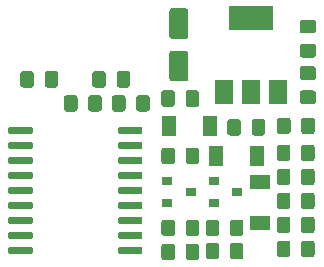
<source format=gbr>
G04 #@! TF.GenerationSoftware,KiCad,Pcbnew,5.1.5+dfsg1-2build2*
G04 #@! TF.CreationDate,2022-02-15T20:08:37+01:00*
G04 #@! TF.ProjectId,LIN_DISCO3,4c494e5f-4449-4534-934f-332e6b696361,rev?*
G04 #@! TF.SameCoordinates,Original*
G04 #@! TF.FileFunction,Paste,Top*
G04 #@! TF.FilePolarity,Positive*
%FSLAX46Y46*%
G04 Gerber Fmt 4.6, Leading zero omitted, Abs format (unit mm)*
G04 Created by KiCad (PCBNEW 5.1.5+dfsg1-2build2) date 2022-02-15 20:08:37*
%MOMM*%
%LPD*%
G04 APERTURE LIST*
%ADD10R,1.300000X1.700000*%
%ADD11C,0.100000*%
%ADD12R,1.500000X2.000000*%
%ADD13R,3.800000X2.000000*%
%ADD14R,0.900000X0.800000*%
%ADD15R,1.700000X1.300000*%
G04 APERTURE END LIST*
D10*
X181102000Y-70993000D03*
X177602000Y-70993000D03*
D11*
G36*
X175999505Y-76390204D02*
G01*
X176023773Y-76393804D01*
X176047572Y-76399765D01*
X176070671Y-76408030D01*
X176092850Y-76418520D01*
X176113893Y-76431132D01*
X176133599Y-76445747D01*
X176151777Y-76462223D01*
X176168253Y-76480401D01*
X176182868Y-76500107D01*
X176195480Y-76521150D01*
X176205970Y-76543329D01*
X176214235Y-76566428D01*
X176220196Y-76590227D01*
X176223796Y-76614495D01*
X176225000Y-76638999D01*
X176225000Y-77539001D01*
X176223796Y-77563505D01*
X176220196Y-77587773D01*
X176214235Y-77611572D01*
X176205970Y-77634671D01*
X176195480Y-77656850D01*
X176182868Y-77677893D01*
X176168253Y-77697599D01*
X176151777Y-77715777D01*
X176133599Y-77732253D01*
X176113893Y-77746868D01*
X176092850Y-77759480D01*
X176070671Y-77769970D01*
X176047572Y-77778235D01*
X176023773Y-77784196D01*
X175999505Y-77787796D01*
X175975001Y-77789000D01*
X175324999Y-77789000D01*
X175300495Y-77787796D01*
X175276227Y-77784196D01*
X175252428Y-77778235D01*
X175229329Y-77769970D01*
X175207150Y-77759480D01*
X175186107Y-77746868D01*
X175166401Y-77732253D01*
X175148223Y-77715777D01*
X175131747Y-77697599D01*
X175117132Y-77677893D01*
X175104520Y-77656850D01*
X175094030Y-77634671D01*
X175085765Y-77611572D01*
X175079804Y-77587773D01*
X175076204Y-77563505D01*
X175075000Y-77539001D01*
X175075000Y-76638999D01*
X175076204Y-76614495D01*
X175079804Y-76590227D01*
X175085765Y-76566428D01*
X175094030Y-76543329D01*
X175104520Y-76521150D01*
X175117132Y-76500107D01*
X175131747Y-76480401D01*
X175148223Y-76462223D01*
X175166401Y-76445747D01*
X175186107Y-76431132D01*
X175207150Y-76418520D01*
X175229329Y-76408030D01*
X175252428Y-76399765D01*
X175276227Y-76393804D01*
X175300495Y-76390204D01*
X175324999Y-76389000D01*
X175975001Y-76389000D01*
X175999505Y-76390204D01*
G37*
G36*
X173949505Y-76390204D02*
G01*
X173973773Y-76393804D01*
X173997572Y-76399765D01*
X174020671Y-76408030D01*
X174042850Y-76418520D01*
X174063893Y-76431132D01*
X174083599Y-76445747D01*
X174101777Y-76462223D01*
X174118253Y-76480401D01*
X174132868Y-76500107D01*
X174145480Y-76521150D01*
X174155970Y-76543329D01*
X174164235Y-76566428D01*
X174170196Y-76590227D01*
X174173796Y-76614495D01*
X174175000Y-76638999D01*
X174175000Y-77539001D01*
X174173796Y-77563505D01*
X174170196Y-77587773D01*
X174164235Y-77611572D01*
X174155970Y-77634671D01*
X174145480Y-77656850D01*
X174132868Y-77677893D01*
X174118253Y-77697599D01*
X174101777Y-77715777D01*
X174083599Y-77732253D01*
X174063893Y-77746868D01*
X174042850Y-77759480D01*
X174020671Y-77769970D01*
X173997572Y-77778235D01*
X173973773Y-77784196D01*
X173949505Y-77787796D01*
X173925001Y-77789000D01*
X173274999Y-77789000D01*
X173250495Y-77787796D01*
X173226227Y-77784196D01*
X173202428Y-77778235D01*
X173179329Y-77769970D01*
X173157150Y-77759480D01*
X173136107Y-77746868D01*
X173116401Y-77732253D01*
X173098223Y-77715777D01*
X173081747Y-77697599D01*
X173067132Y-77677893D01*
X173054520Y-77656850D01*
X173044030Y-77634671D01*
X173035765Y-77611572D01*
X173029804Y-77587773D01*
X173026204Y-77563505D01*
X173025000Y-77539001D01*
X173025000Y-76638999D01*
X173026204Y-76614495D01*
X173029804Y-76590227D01*
X173035765Y-76566428D01*
X173044030Y-76543329D01*
X173054520Y-76521150D01*
X173067132Y-76500107D01*
X173081747Y-76480401D01*
X173098223Y-76462223D01*
X173116401Y-76445747D01*
X173136107Y-76431132D01*
X173157150Y-76418520D01*
X173179329Y-76408030D01*
X173202428Y-76399765D01*
X173226227Y-76393804D01*
X173250495Y-76390204D01*
X173274999Y-76389000D01*
X173925001Y-76389000D01*
X173949505Y-76390204D01*
G37*
D12*
X178294000Y-65634000D03*
X182894000Y-65634000D03*
X180594000Y-65634000D03*
D13*
X180594000Y-59334000D03*
D11*
G36*
X167744505Y-65849204D02*
G01*
X167768773Y-65852804D01*
X167792572Y-65858765D01*
X167815671Y-65867030D01*
X167837850Y-65877520D01*
X167858893Y-65890132D01*
X167878599Y-65904747D01*
X167896777Y-65921223D01*
X167913253Y-65939401D01*
X167927868Y-65959107D01*
X167940480Y-65980150D01*
X167950970Y-66002329D01*
X167959235Y-66025428D01*
X167965196Y-66049227D01*
X167968796Y-66073495D01*
X167970000Y-66097999D01*
X167970000Y-66998001D01*
X167968796Y-67022505D01*
X167965196Y-67046773D01*
X167959235Y-67070572D01*
X167950970Y-67093671D01*
X167940480Y-67115850D01*
X167927868Y-67136893D01*
X167913253Y-67156599D01*
X167896777Y-67174777D01*
X167878599Y-67191253D01*
X167858893Y-67205868D01*
X167837850Y-67218480D01*
X167815671Y-67228970D01*
X167792572Y-67237235D01*
X167768773Y-67243196D01*
X167744505Y-67246796D01*
X167720001Y-67248000D01*
X167069999Y-67248000D01*
X167045495Y-67246796D01*
X167021227Y-67243196D01*
X166997428Y-67237235D01*
X166974329Y-67228970D01*
X166952150Y-67218480D01*
X166931107Y-67205868D01*
X166911401Y-67191253D01*
X166893223Y-67174777D01*
X166876747Y-67156599D01*
X166862132Y-67136893D01*
X166849520Y-67115850D01*
X166839030Y-67093671D01*
X166830765Y-67070572D01*
X166824804Y-67046773D01*
X166821204Y-67022505D01*
X166820000Y-66998001D01*
X166820000Y-66097999D01*
X166821204Y-66073495D01*
X166824804Y-66049227D01*
X166830765Y-66025428D01*
X166839030Y-66002329D01*
X166849520Y-65980150D01*
X166862132Y-65959107D01*
X166876747Y-65939401D01*
X166893223Y-65921223D01*
X166911401Y-65904747D01*
X166931107Y-65890132D01*
X166952150Y-65877520D01*
X166974329Y-65867030D01*
X166997428Y-65858765D01*
X167021227Y-65852804D01*
X167045495Y-65849204D01*
X167069999Y-65848000D01*
X167720001Y-65848000D01*
X167744505Y-65849204D01*
G37*
G36*
X165694505Y-65849204D02*
G01*
X165718773Y-65852804D01*
X165742572Y-65858765D01*
X165765671Y-65867030D01*
X165787850Y-65877520D01*
X165808893Y-65890132D01*
X165828599Y-65904747D01*
X165846777Y-65921223D01*
X165863253Y-65939401D01*
X165877868Y-65959107D01*
X165890480Y-65980150D01*
X165900970Y-66002329D01*
X165909235Y-66025428D01*
X165915196Y-66049227D01*
X165918796Y-66073495D01*
X165920000Y-66097999D01*
X165920000Y-66998001D01*
X165918796Y-67022505D01*
X165915196Y-67046773D01*
X165909235Y-67070572D01*
X165900970Y-67093671D01*
X165890480Y-67115850D01*
X165877868Y-67136893D01*
X165863253Y-67156599D01*
X165846777Y-67174777D01*
X165828599Y-67191253D01*
X165808893Y-67205868D01*
X165787850Y-67218480D01*
X165765671Y-67228970D01*
X165742572Y-67237235D01*
X165718773Y-67243196D01*
X165694505Y-67246796D01*
X165670001Y-67248000D01*
X165019999Y-67248000D01*
X164995495Y-67246796D01*
X164971227Y-67243196D01*
X164947428Y-67237235D01*
X164924329Y-67228970D01*
X164902150Y-67218480D01*
X164881107Y-67205868D01*
X164861401Y-67191253D01*
X164843223Y-67174777D01*
X164826747Y-67156599D01*
X164812132Y-67136893D01*
X164799520Y-67115850D01*
X164789030Y-67093671D01*
X164780765Y-67070572D01*
X164774804Y-67046773D01*
X164771204Y-67022505D01*
X164770000Y-66998001D01*
X164770000Y-66097999D01*
X164771204Y-66073495D01*
X164774804Y-66049227D01*
X164780765Y-66025428D01*
X164789030Y-66002329D01*
X164799520Y-65980150D01*
X164812132Y-65959107D01*
X164826747Y-65939401D01*
X164843223Y-65921223D01*
X164861401Y-65904747D01*
X164881107Y-65890132D01*
X164902150Y-65877520D01*
X164924329Y-65867030D01*
X164947428Y-65858765D01*
X164971227Y-65852804D01*
X164995495Y-65849204D01*
X165019999Y-65848000D01*
X165670001Y-65848000D01*
X165694505Y-65849204D01*
G37*
D10*
X177165000Y-68453000D03*
X173665000Y-68453000D03*
D11*
G36*
X161974703Y-78694722D02*
G01*
X161989264Y-78696882D01*
X162003543Y-78700459D01*
X162017403Y-78705418D01*
X162030710Y-78711712D01*
X162043336Y-78719280D01*
X162055159Y-78728048D01*
X162066066Y-78737934D01*
X162075952Y-78748841D01*
X162084720Y-78760664D01*
X162092288Y-78773290D01*
X162098582Y-78786597D01*
X162103541Y-78800457D01*
X162107118Y-78814736D01*
X162109278Y-78829297D01*
X162110000Y-78844000D01*
X162110000Y-79144000D01*
X162109278Y-79158703D01*
X162107118Y-79173264D01*
X162103541Y-79187543D01*
X162098582Y-79201403D01*
X162092288Y-79214710D01*
X162084720Y-79227336D01*
X162075952Y-79239159D01*
X162066066Y-79250066D01*
X162055159Y-79259952D01*
X162043336Y-79268720D01*
X162030710Y-79276288D01*
X162017403Y-79282582D01*
X162003543Y-79287541D01*
X161989264Y-79291118D01*
X161974703Y-79293278D01*
X161960000Y-79294000D01*
X160210000Y-79294000D01*
X160195297Y-79293278D01*
X160180736Y-79291118D01*
X160166457Y-79287541D01*
X160152597Y-79282582D01*
X160139290Y-79276288D01*
X160126664Y-79268720D01*
X160114841Y-79259952D01*
X160103934Y-79250066D01*
X160094048Y-79239159D01*
X160085280Y-79227336D01*
X160077712Y-79214710D01*
X160071418Y-79201403D01*
X160066459Y-79187543D01*
X160062882Y-79173264D01*
X160060722Y-79158703D01*
X160060000Y-79144000D01*
X160060000Y-78844000D01*
X160060722Y-78829297D01*
X160062882Y-78814736D01*
X160066459Y-78800457D01*
X160071418Y-78786597D01*
X160077712Y-78773290D01*
X160085280Y-78760664D01*
X160094048Y-78748841D01*
X160103934Y-78737934D01*
X160114841Y-78728048D01*
X160126664Y-78719280D01*
X160139290Y-78711712D01*
X160152597Y-78705418D01*
X160166457Y-78700459D01*
X160180736Y-78696882D01*
X160195297Y-78694722D01*
X160210000Y-78694000D01*
X161960000Y-78694000D01*
X161974703Y-78694722D01*
G37*
G36*
X161974703Y-77424722D02*
G01*
X161989264Y-77426882D01*
X162003543Y-77430459D01*
X162017403Y-77435418D01*
X162030710Y-77441712D01*
X162043336Y-77449280D01*
X162055159Y-77458048D01*
X162066066Y-77467934D01*
X162075952Y-77478841D01*
X162084720Y-77490664D01*
X162092288Y-77503290D01*
X162098582Y-77516597D01*
X162103541Y-77530457D01*
X162107118Y-77544736D01*
X162109278Y-77559297D01*
X162110000Y-77574000D01*
X162110000Y-77874000D01*
X162109278Y-77888703D01*
X162107118Y-77903264D01*
X162103541Y-77917543D01*
X162098582Y-77931403D01*
X162092288Y-77944710D01*
X162084720Y-77957336D01*
X162075952Y-77969159D01*
X162066066Y-77980066D01*
X162055159Y-77989952D01*
X162043336Y-77998720D01*
X162030710Y-78006288D01*
X162017403Y-78012582D01*
X162003543Y-78017541D01*
X161989264Y-78021118D01*
X161974703Y-78023278D01*
X161960000Y-78024000D01*
X160210000Y-78024000D01*
X160195297Y-78023278D01*
X160180736Y-78021118D01*
X160166457Y-78017541D01*
X160152597Y-78012582D01*
X160139290Y-78006288D01*
X160126664Y-77998720D01*
X160114841Y-77989952D01*
X160103934Y-77980066D01*
X160094048Y-77969159D01*
X160085280Y-77957336D01*
X160077712Y-77944710D01*
X160071418Y-77931403D01*
X160066459Y-77917543D01*
X160062882Y-77903264D01*
X160060722Y-77888703D01*
X160060000Y-77874000D01*
X160060000Y-77574000D01*
X160060722Y-77559297D01*
X160062882Y-77544736D01*
X160066459Y-77530457D01*
X160071418Y-77516597D01*
X160077712Y-77503290D01*
X160085280Y-77490664D01*
X160094048Y-77478841D01*
X160103934Y-77467934D01*
X160114841Y-77458048D01*
X160126664Y-77449280D01*
X160139290Y-77441712D01*
X160152597Y-77435418D01*
X160166457Y-77430459D01*
X160180736Y-77426882D01*
X160195297Y-77424722D01*
X160210000Y-77424000D01*
X161960000Y-77424000D01*
X161974703Y-77424722D01*
G37*
G36*
X161974703Y-76154722D02*
G01*
X161989264Y-76156882D01*
X162003543Y-76160459D01*
X162017403Y-76165418D01*
X162030710Y-76171712D01*
X162043336Y-76179280D01*
X162055159Y-76188048D01*
X162066066Y-76197934D01*
X162075952Y-76208841D01*
X162084720Y-76220664D01*
X162092288Y-76233290D01*
X162098582Y-76246597D01*
X162103541Y-76260457D01*
X162107118Y-76274736D01*
X162109278Y-76289297D01*
X162110000Y-76304000D01*
X162110000Y-76604000D01*
X162109278Y-76618703D01*
X162107118Y-76633264D01*
X162103541Y-76647543D01*
X162098582Y-76661403D01*
X162092288Y-76674710D01*
X162084720Y-76687336D01*
X162075952Y-76699159D01*
X162066066Y-76710066D01*
X162055159Y-76719952D01*
X162043336Y-76728720D01*
X162030710Y-76736288D01*
X162017403Y-76742582D01*
X162003543Y-76747541D01*
X161989264Y-76751118D01*
X161974703Y-76753278D01*
X161960000Y-76754000D01*
X160210000Y-76754000D01*
X160195297Y-76753278D01*
X160180736Y-76751118D01*
X160166457Y-76747541D01*
X160152597Y-76742582D01*
X160139290Y-76736288D01*
X160126664Y-76728720D01*
X160114841Y-76719952D01*
X160103934Y-76710066D01*
X160094048Y-76699159D01*
X160085280Y-76687336D01*
X160077712Y-76674710D01*
X160071418Y-76661403D01*
X160066459Y-76647543D01*
X160062882Y-76633264D01*
X160060722Y-76618703D01*
X160060000Y-76604000D01*
X160060000Y-76304000D01*
X160060722Y-76289297D01*
X160062882Y-76274736D01*
X160066459Y-76260457D01*
X160071418Y-76246597D01*
X160077712Y-76233290D01*
X160085280Y-76220664D01*
X160094048Y-76208841D01*
X160103934Y-76197934D01*
X160114841Y-76188048D01*
X160126664Y-76179280D01*
X160139290Y-76171712D01*
X160152597Y-76165418D01*
X160166457Y-76160459D01*
X160180736Y-76156882D01*
X160195297Y-76154722D01*
X160210000Y-76154000D01*
X161960000Y-76154000D01*
X161974703Y-76154722D01*
G37*
G36*
X161974703Y-74884722D02*
G01*
X161989264Y-74886882D01*
X162003543Y-74890459D01*
X162017403Y-74895418D01*
X162030710Y-74901712D01*
X162043336Y-74909280D01*
X162055159Y-74918048D01*
X162066066Y-74927934D01*
X162075952Y-74938841D01*
X162084720Y-74950664D01*
X162092288Y-74963290D01*
X162098582Y-74976597D01*
X162103541Y-74990457D01*
X162107118Y-75004736D01*
X162109278Y-75019297D01*
X162110000Y-75034000D01*
X162110000Y-75334000D01*
X162109278Y-75348703D01*
X162107118Y-75363264D01*
X162103541Y-75377543D01*
X162098582Y-75391403D01*
X162092288Y-75404710D01*
X162084720Y-75417336D01*
X162075952Y-75429159D01*
X162066066Y-75440066D01*
X162055159Y-75449952D01*
X162043336Y-75458720D01*
X162030710Y-75466288D01*
X162017403Y-75472582D01*
X162003543Y-75477541D01*
X161989264Y-75481118D01*
X161974703Y-75483278D01*
X161960000Y-75484000D01*
X160210000Y-75484000D01*
X160195297Y-75483278D01*
X160180736Y-75481118D01*
X160166457Y-75477541D01*
X160152597Y-75472582D01*
X160139290Y-75466288D01*
X160126664Y-75458720D01*
X160114841Y-75449952D01*
X160103934Y-75440066D01*
X160094048Y-75429159D01*
X160085280Y-75417336D01*
X160077712Y-75404710D01*
X160071418Y-75391403D01*
X160066459Y-75377543D01*
X160062882Y-75363264D01*
X160060722Y-75348703D01*
X160060000Y-75334000D01*
X160060000Y-75034000D01*
X160060722Y-75019297D01*
X160062882Y-75004736D01*
X160066459Y-74990457D01*
X160071418Y-74976597D01*
X160077712Y-74963290D01*
X160085280Y-74950664D01*
X160094048Y-74938841D01*
X160103934Y-74927934D01*
X160114841Y-74918048D01*
X160126664Y-74909280D01*
X160139290Y-74901712D01*
X160152597Y-74895418D01*
X160166457Y-74890459D01*
X160180736Y-74886882D01*
X160195297Y-74884722D01*
X160210000Y-74884000D01*
X161960000Y-74884000D01*
X161974703Y-74884722D01*
G37*
G36*
X161974703Y-73614722D02*
G01*
X161989264Y-73616882D01*
X162003543Y-73620459D01*
X162017403Y-73625418D01*
X162030710Y-73631712D01*
X162043336Y-73639280D01*
X162055159Y-73648048D01*
X162066066Y-73657934D01*
X162075952Y-73668841D01*
X162084720Y-73680664D01*
X162092288Y-73693290D01*
X162098582Y-73706597D01*
X162103541Y-73720457D01*
X162107118Y-73734736D01*
X162109278Y-73749297D01*
X162110000Y-73764000D01*
X162110000Y-74064000D01*
X162109278Y-74078703D01*
X162107118Y-74093264D01*
X162103541Y-74107543D01*
X162098582Y-74121403D01*
X162092288Y-74134710D01*
X162084720Y-74147336D01*
X162075952Y-74159159D01*
X162066066Y-74170066D01*
X162055159Y-74179952D01*
X162043336Y-74188720D01*
X162030710Y-74196288D01*
X162017403Y-74202582D01*
X162003543Y-74207541D01*
X161989264Y-74211118D01*
X161974703Y-74213278D01*
X161960000Y-74214000D01*
X160210000Y-74214000D01*
X160195297Y-74213278D01*
X160180736Y-74211118D01*
X160166457Y-74207541D01*
X160152597Y-74202582D01*
X160139290Y-74196288D01*
X160126664Y-74188720D01*
X160114841Y-74179952D01*
X160103934Y-74170066D01*
X160094048Y-74159159D01*
X160085280Y-74147336D01*
X160077712Y-74134710D01*
X160071418Y-74121403D01*
X160066459Y-74107543D01*
X160062882Y-74093264D01*
X160060722Y-74078703D01*
X160060000Y-74064000D01*
X160060000Y-73764000D01*
X160060722Y-73749297D01*
X160062882Y-73734736D01*
X160066459Y-73720457D01*
X160071418Y-73706597D01*
X160077712Y-73693290D01*
X160085280Y-73680664D01*
X160094048Y-73668841D01*
X160103934Y-73657934D01*
X160114841Y-73648048D01*
X160126664Y-73639280D01*
X160139290Y-73631712D01*
X160152597Y-73625418D01*
X160166457Y-73620459D01*
X160180736Y-73616882D01*
X160195297Y-73614722D01*
X160210000Y-73614000D01*
X161960000Y-73614000D01*
X161974703Y-73614722D01*
G37*
G36*
X161974703Y-72344722D02*
G01*
X161989264Y-72346882D01*
X162003543Y-72350459D01*
X162017403Y-72355418D01*
X162030710Y-72361712D01*
X162043336Y-72369280D01*
X162055159Y-72378048D01*
X162066066Y-72387934D01*
X162075952Y-72398841D01*
X162084720Y-72410664D01*
X162092288Y-72423290D01*
X162098582Y-72436597D01*
X162103541Y-72450457D01*
X162107118Y-72464736D01*
X162109278Y-72479297D01*
X162110000Y-72494000D01*
X162110000Y-72794000D01*
X162109278Y-72808703D01*
X162107118Y-72823264D01*
X162103541Y-72837543D01*
X162098582Y-72851403D01*
X162092288Y-72864710D01*
X162084720Y-72877336D01*
X162075952Y-72889159D01*
X162066066Y-72900066D01*
X162055159Y-72909952D01*
X162043336Y-72918720D01*
X162030710Y-72926288D01*
X162017403Y-72932582D01*
X162003543Y-72937541D01*
X161989264Y-72941118D01*
X161974703Y-72943278D01*
X161960000Y-72944000D01*
X160210000Y-72944000D01*
X160195297Y-72943278D01*
X160180736Y-72941118D01*
X160166457Y-72937541D01*
X160152597Y-72932582D01*
X160139290Y-72926288D01*
X160126664Y-72918720D01*
X160114841Y-72909952D01*
X160103934Y-72900066D01*
X160094048Y-72889159D01*
X160085280Y-72877336D01*
X160077712Y-72864710D01*
X160071418Y-72851403D01*
X160066459Y-72837543D01*
X160062882Y-72823264D01*
X160060722Y-72808703D01*
X160060000Y-72794000D01*
X160060000Y-72494000D01*
X160060722Y-72479297D01*
X160062882Y-72464736D01*
X160066459Y-72450457D01*
X160071418Y-72436597D01*
X160077712Y-72423290D01*
X160085280Y-72410664D01*
X160094048Y-72398841D01*
X160103934Y-72387934D01*
X160114841Y-72378048D01*
X160126664Y-72369280D01*
X160139290Y-72361712D01*
X160152597Y-72355418D01*
X160166457Y-72350459D01*
X160180736Y-72346882D01*
X160195297Y-72344722D01*
X160210000Y-72344000D01*
X161960000Y-72344000D01*
X161974703Y-72344722D01*
G37*
G36*
X161974703Y-71074722D02*
G01*
X161989264Y-71076882D01*
X162003543Y-71080459D01*
X162017403Y-71085418D01*
X162030710Y-71091712D01*
X162043336Y-71099280D01*
X162055159Y-71108048D01*
X162066066Y-71117934D01*
X162075952Y-71128841D01*
X162084720Y-71140664D01*
X162092288Y-71153290D01*
X162098582Y-71166597D01*
X162103541Y-71180457D01*
X162107118Y-71194736D01*
X162109278Y-71209297D01*
X162110000Y-71224000D01*
X162110000Y-71524000D01*
X162109278Y-71538703D01*
X162107118Y-71553264D01*
X162103541Y-71567543D01*
X162098582Y-71581403D01*
X162092288Y-71594710D01*
X162084720Y-71607336D01*
X162075952Y-71619159D01*
X162066066Y-71630066D01*
X162055159Y-71639952D01*
X162043336Y-71648720D01*
X162030710Y-71656288D01*
X162017403Y-71662582D01*
X162003543Y-71667541D01*
X161989264Y-71671118D01*
X161974703Y-71673278D01*
X161960000Y-71674000D01*
X160210000Y-71674000D01*
X160195297Y-71673278D01*
X160180736Y-71671118D01*
X160166457Y-71667541D01*
X160152597Y-71662582D01*
X160139290Y-71656288D01*
X160126664Y-71648720D01*
X160114841Y-71639952D01*
X160103934Y-71630066D01*
X160094048Y-71619159D01*
X160085280Y-71607336D01*
X160077712Y-71594710D01*
X160071418Y-71581403D01*
X160066459Y-71567543D01*
X160062882Y-71553264D01*
X160060722Y-71538703D01*
X160060000Y-71524000D01*
X160060000Y-71224000D01*
X160060722Y-71209297D01*
X160062882Y-71194736D01*
X160066459Y-71180457D01*
X160071418Y-71166597D01*
X160077712Y-71153290D01*
X160085280Y-71140664D01*
X160094048Y-71128841D01*
X160103934Y-71117934D01*
X160114841Y-71108048D01*
X160126664Y-71099280D01*
X160139290Y-71091712D01*
X160152597Y-71085418D01*
X160166457Y-71080459D01*
X160180736Y-71076882D01*
X160195297Y-71074722D01*
X160210000Y-71074000D01*
X161960000Y-71074000D01*
X161974703Y-71074722D01*
G37*
G36*
X161974703Y-69804722D02*
G01*
X161989264Y-69806882D01*
X162003543Y-69810459D01*
X162017403Y-69815418D01*
X162030710Y-69821712D01*
X162043336Y-69829280D01*
X162055159Y-69838048D01*
X162066066Y-69847934D01*
X162075952Y-69858841D01*
X162084720Y-69870664D01*
X162092288Y-69883290D01*
X162098582Y-69896597D01*
X162103541Y-69910457D01*
X162107118Y-69924736D01*
X162109278Y-69939297D01*
X162110000Y-69954000D01*
X162110000Y-70254000D01*
X162109278Y-70268703D01*
X162107118Y-70283264D01*
X162103541Y-70297543D01*
X162098582Y-70311403D01*
X162092288Y-70324710D01*
X162084720Y-70337336D01*
X162075952Y-70349159D01*
X162066066Y-70360066D01*
X162055159Y-70369952D01*
X162043336Y-70378720D01*
X162030710Y-70386288D01*
X162017403Y-70392582D01*
X162003543Y-70397541D01*
X161989264Y-70401118D01*
X161974703Y-70403278D01*
X161960000Y-70404000D01*
X160210000Y-70404000D01*
X160195297Y-70403278D01*
X160180736Y-70401118D01*
X160166457Y-70397541D01*
X160152597Y-70392582D01*
X160139290Y-70386288D01*
X160126664Y-70378720D01*
X160114841Y-70369952D01*
X160103934Y-70360066D01*
X160094048Y-70349159D01*
X160085280Y-70337336D01*
X160077712Y-70324710D01*
X160071418Y-70311403D01*
X160066459Y-70297543D01*
X160062882Y-70283264D01*
X160060722Y-70268703D01*
X160060000Y-70254000D01*
X160060000Y-69954000D01*
X160060722Y-69939297D01*
X160062882Y-69924736D01*
X160066459Y-69910457D01*
X160071418Y-69896597D01*
X160077712Y-69883290D01*
X160085280Y-69870664D01*
X160094048Y-69858841D01*
X160103934Y-69847934D01*
X160114841Y-69838048D01*
X160126664Y-69829280D01*
X160139290Y-69821712D01*
X160152597Y-69815418D01*
X160166457Y-69810459D01*
X160180736Y-69806882D01*
X160195297Y-69804722D01*
X160210000Y-69804000D01*
X161960000Y-69804000D01*
X161974703Y-69804722D01*
G37*
G36*
X161974703Y-68534722D02*
G01*
X161989264Y-68536882D01*
X162003543Y-68540459D01*
X162017403Y-68545418D01*
X162030710Y-68551712D01*
X162043336Y-68559280D01*
X162055159Y-68568048D01*
X162066066Y-68577934D01*
X162075952Y-68588841D01*
X162084720Y-68600664D01*
X162092288Y-68613290D01*
X162098582Y-68626597D01*
X162103541Y-68640457D01*
X162107118Y-68654736D01*
X162109278Y-68669297D01*
X162110000Y-68684000D01*
X162110000Y-68984000D01*
X162109278Y-68998703D01*
X162107118Y-69013264D01*
X162103541Y-69027543D01*
X162098582Y-69041403D01*
X162092288Y-69054710D01*
X162084720Y-69067336D01*
X162075952Y-69079159D01*
X162066066Y-69090066D01*
X162055159Y-69099952D01*
X162043336Y-69108720D01*
X162030710Y-69116288D01*
X162017403Y-69122582D01*
X162003543Y-69127541D01*
X161989264Y-69131118D01*
X161974703Y-69133278D01*
X161960000Y-69134000D01*
X160210000Y-69134000D01*
X160195297Y-69133278D01*
X160180736Y-69131118D01*
X160166457Y-69127541D01*
X160152597Y-69122582D01*
X160139290Y-69116288D01*
X160126664Y-69108720D01*
X160114841Y-69099952D01*
X160103934Y-69090066D01*
X160094048Y-69079159D01*
X160085280Y-69067336D01*
X160077712Y-69054710D01*
X160071418Y-69041403D01*
X160066459Y-69027543D01*
X160062882Y-69013264D01*
X160060722Y-68998703D01*
X160060000Y-68984000D01*
X160060000Y-68684000D01*
X160060722Y-68669297D01*
X160062882Y-68654736D01*
X160066459Y-68640457D01*
X160071418Y-68626597D01*
X160077712Y-68613290D01*
X160085280Y-68600664D01*
X160094048Y-68588841D01*
X160103934Y-68577934D01*
X160114841Y-68568048D01*
X160126664Y-68559280D01*
X160139290Y-68551712D01*
X160152597Y-68545418D01*
X160166457Y-68540459D01*
X160180736Y-68536882D01*
X160195297Y-68534722D01*
X160210000Y-68534000D01*
X161960000Y-68534000D01*
X161974703Y-68534722D01*
G37*
G36*
X171274703Y-68534722D02*
G01*
X171289264Y-68536882D01*
X171303543Y-68540459D01*
X171317403Y-68545418D01*
X171330710Y-68551712D01*
X171343336Y-68559280D01*
X171355159Y-68568048D01*
X171366066Y-68577934D01*
X171375952Y-68588841D01*
X171384720Y-68600664D01*
X171392288Y-68613290D01*
X171398582Y-68626597D01*
X171403541Y-68640457D01*
X171407118Y-68654736D01*
X171409278Y-68669297D01*
X171410000Y-68684000D01*
X171410000Y-68984000D01*
X171409278Y-68998703D01*
X171407118Y-69013264D01*
X171403541Y-69027543D01*
X171398582Y-69041403D01*
X171392288Y-69054710D01*
X171384720Y-69067336D01*
X171375952Y-69079159D01*
X171366066Y-69090066D01*
X171355159Y-69099952D01*
X171343336Y-69108720D01*
X171330710Y-69116288D01*
X171317403Y-69122582D01*
X171303543Y-69127541D01*
X171289264Y-69131118D01*
X171274703Y-69133278D01*
X171260000Y-69134000D01*
X169510000Y-69134000D01*
X169495297Y-69133278D01*
X169480736Y-69131118D01*
X169466457Y-69127541D01*
X169452597Y-69122582D01*
X169439290Y-69116288D01*
X169426664Y-69108720D01*
X169414841Y-69099952D01*
X169403934Y-69090066D01*
X169394048Y-69079159D01*
X169385280Y-69067336D01*
X169377712Y-69054710D01*
X169371418Y-69041403D01*
X169366459Y-69027543D01*
X169362882Y-69013264D01*
X169360722Y-68998703D01*
X169360000Y-68984000D01*
X169360000Y-68684000D01*
X169360722Y-68669297D01*
X169362882Y-68654736D01*
X169366459Y-68640457D01*
X169371418Y-68626597D01*
X169377712Y-68613290D01*
X169385280Y-68600664D01*
X169394048Y-68588841D01*
X169403934Y-68577934D01*
X169414841Y-68568048D01*
X169426664Y-68559280D01*
X169439290Y-68551712D01*
X169452597Y-68545418D01*
X169466457Y-68540459D01*
X169480736Y-68536882D01*
X169495297Y-68534722D01*
X169510000Y-68534000D01*
X171260000Y-68534000D01*
X171274703Y-68534722D01*
G37*
G36*
X171274703Y-69804722D02*
G01*
X171289264Y-69806882D01*
X171303543Y-69810459D01*
X171317403Y-69815418D01*
X171330710Y-69821712D01*
X171343336Y-69829280D01*
X171355159Y-69838048D01*
X171366066Y-69847934D01*
X171375952Y-69858841D01*
X171384720Y-69870664D01*
X171392288Y-69883290D01*
X171398582Y-69896597D01*
X171403541Y-69910457D01*
X171407118Y-69924736D01*
X171409278Y-69939297D01*
X171410000Y-69954000D01*
X171410000Y-70254000D01*
X171409278Y-70268703D01*
X171407118Y-70283264D01*
X171403541Y-70297543D01*
X171398582Y-70311403D01*
X171392288Y-70324710D01*
X171384720Y-70337336D01*
X171375952Y-70349159D01*
X171366066Y-70360066D01*
X171355159Y-70369952D01*
X171343336Y-70378720D01*
X171330710Y-70386288D01*
X171317403Y-70392582D01*
X171303543Y-70397541D01*
X171289264Y-70401118D01*
X171274703Y-70403278D01*
X171260000Y-70404000D01*
X169510000Y-70404000D01*
X169495297Y-70403278D01*
X169480736Y-70401118D01*
X169466457Y-70397541D01*
X169452597Y-70392582D01*
X169439290Y-70386288D01*
X169426664Y-70378720D01*
X169414841Y-70369952D01*
X169403934Y-70360066D01*
X169394048Y-70349159D01*
X169385280Y-70337336D01*
X169377712Y-70324710D01*
X169371418Y-70311403D01*
X169366459Y-70297543D01*
X169362882Y-70283264D01*
X169360722Y-70268703D01*
X169360000Y-70254000D01*
X169360000Y-69954000D01*
X169360722Y-69939297D01*
X169362882Y-69924736D01*
X169366459Y-69910457D01*
X169371418Y-69896597D01*
X169377712Y-69883290D01*
X169385280Y-69870664D01*
X169394048Y-69858841D01*
X169403934Y-69847934D01*
X169414841Y-69838048D01*
X169426664Y-69829280D01*
X169439290Y-69821712D01*
X169452597Y-69815418D01*
X169466457Y-69810459D01*
X169480736Y-69806882D01*
X169495297Y-69804722D01*
X169510000Y-69804000D01*
X171260000Y-69804000D01*
X171274703Y-69804722D01*
G37*
G36*
X171274703Y-71074722D02*
G01*
X171289264Y-71076882D01*
X171303543Y-71080459D01*
X171317403Y-71085418D01*
X171330710Y-71091712D01*
X171343336Y-71099280D01*
X171355159Y-71108048D01*
X171366066Y-71117934D01*
X171375952Y-71128841D01*
X171384720Y-71140664D01*
X171392288Y-71153290D01*
X171398582Y-71166597D01*
X171403541Y-71180457D01*
X171407118Y-71194736D01*
X171409278Y-71209297D01*
X171410000Y-71224000D01*
X171410000Y-71524000D01*
X171409278Y-71538703D01*
X171407118Y-71553264D01*
X171403541Y-71567543D01*
X171398582Y-71581403D01*
X171392288Y-71594710D01*
X171384720Y-71607336D01*
X171375952Y-71619159D01*
X171366066Y-71630066D01*
X171355159Y-71639952D01*
X171343336Y-71648720D01*
X171330710Y-71656288D01*
X171317403Y-71662582D01*
X171303543Y-71667541D01*
X171289264Y-71671118D01*
X171274703Y-71673278D01*
X171260000Y-71674000D01*
X169510000Y-71674000D01*
X169495297Y-71673278D01*
X169480736Y-71671118D01*
X169466457Y-71667541D01*
X169452597Y-71662582D01*
X169439290Y-71656288D01*
X169426664Y-71648720D01*
X169414841Y-71639952D01*
X169403934Y-71630066D01*
X169394048Y-71619159D01*
X169385280Y-71607336D01*
X169377712Y-71594710D01*
X169371418Y-71581403D01*
X169366459Y-71567543D01*
X169362882Y-71553264D01*
X169360722Y-71538703D01*
X169360000Y-71524000D01*
X169360000Y-71224000D01*
X169360722Y-71209297D01*
X169362882Y-71194736D01*
X169366459Y-71180457D01*
X169371418Y-71166597D01*
X169377712Y-71153290D01*
X169385280Y-71140664D01*
X169394048Y-71128841D01*
X169403934Y-71117934D01*
X169414841Y-71108048D01*
X169426664Y-71099280D01*
X169439290Y-71091712D01*
X169452597Y-71085418D01*
X169466457Y-71080459D01*
X169480736Y-71076882D01*
X169495297Y-71074722D01*
X169510000Y-71074000D01*
X171260000Y-71074000D01*
X171274703Y-71074722D01*
G37*
G36*
X171274703Y-72344722D02*
G01*
X171289264Y-72346882D01*
X171303543Y-72350459D01*
X171317403Y-72355418D01*
X171330710Y-72361712D01*
X171343336Y-72369280D01*
X171355159Y-72378048D01*
X171366066Y-72387934D01*
X171375952Y-72398841D01*
X171384720Y-72410664D01*
X171392288Y-72423290D01*
X171398582Y-72436597D01*
X171403541Y-72450457D01*
X171407118Y-72464736D01*
X171409278Y-72479297D01*
X171410000Y-72494000D01*
X171410000Y-72794000D01*
X171409278Y-72808703D01*
X171407118Y-72823264D01*
X171403541Y-72837543D01*
X171398582Y-72851403D01*
X171392288Y-72864710D01*
X171384720Y-72877336D01*
X171375952Y-72889159D01*
X171366066Y-72900066D01*
X171355159Y-72909952D01*
X171343336Y-72918720D01*
X171330710Y-72926288D01*
X171317403Y-72932582D01*
X171303543Y-72937541D01*
X171289264Y-72941118D01*
X171274703Y-72943278D01*
X171260000Y-72944000D01*
X169510000Y-72944000D01*
X169495297Y-72943278D01*
X169480736Y-72941118D01*
X169466457Y-72937541D01*
X169452597Y-72932582D01*
X169439290Y-72926288D01*
X169426664Y-72918720D01*
X169414841Y-72909952D01*
X169403934Y-72900066D01*
X169394048Y-72889159D01*
X169385280Y-72877336D01*
X169377712Y-72864710D01*
X169371418Y-72851403D01*
X169366459Y-72837543D01*
X169362882Y-72823264D01*
X169360722Y-72808703D01*
X169360000Y-72794000D01*
X169360000Y-72494000D01*
X169360722Y-72479297D01*
X169362882Y-72464736D01*
X169366459Y-72450457D01*
X169371418Y-72436597D01*
X169377712Y-72423290D01*
X169385280Y-72410664D01*
X169394048Y-72398841D01*
X169403934Y-72387934D01*
X169414841Y-72378048D01*
X169426664Y-72369280D01*
X169439290Y-72361712D01*
X169452597Y-72355418D01*
X169466457Y-72350459D01*
X169480736Y-72346882D01*
X169495297Y-72344722D01*
X169510000Y-72344000D01*
X171260000Y-72344000D01*
X171274703Y-72344722D01*
G37*
G36*
X171274703Y-73614722D02*
G01*
X171289264Y-73616882D01*
X171303543Y-73620459D01*
X171317403Y-73625418D01*
X171330710Y-73631712D01*
X171343336Y-73639280D01*
X171355159Y-73648048D01*
X171366066Y-73657934D01*
X171375952Y-73668841D01*
X171384720Y-73680664D01*
X171392288Y-73693290D01*
X171398582Y-73706597D01*
X171403541Y-73720457D01*
X171407118Y-73734736D01*
X171409278Y-73749297D01*
X171410000Y-73764000D01*
X171410000Y-74064000D01*
X171409278Y-74078703D01*
X171407118Y-74093264D01*
X171403541Y-74107543D01*
X171398582Y-74121403D01*
X171392288Y-74134710D01*
X171384720Y-74147336D01*
X171375952Y-74159159D01*
X171366066Y-74170066D01*
X171355159Y-74179952D01*
X171343336Y-74188720D01*
X171330710Y-74196288D01*
X171317403Y-74202582D01*
X171303543Y-74207541D01*
X171289264Y-74211118D01*
X171274703Y-74213278D01*
X171260000Y-74214000D01*
X169510000Y-74214000D01*
X169495297Y-74213278D01*
X169480736Y-74211118D01*
X169466457Y-74207541D01*
X169452597Y-74202582D01*
X169439290Y-74196288D01*
X169426664Y-74188720D01*
X169414841Y-74179952D01*
X169403934Y-74170066D01*
X169394048Y-74159159D01*
X169385280Y-74147336D01*
X169377712Y-74134710D01*
X169371418Y-74121403D01*
X169366459Y-74107543D01*
X169362882Y-74093264D01*
X169360722Y-74078703D01*
X169360000Y-74064000D01*
X169360000Y-73764000D01*
X169360722Y-73749297D01*
X169362882Y-73734736D01*
X169366459Y-73720457D01*
X169371418Y-73706597D01*
X169377712Y-73693290D01*
X169385280Y-73680664D01*
X169394048Y-73668841D01*
X169403934Y-73657934D01*
X169414841Y-73648048D01*
X169426664Y-73639280D01*
X169439290Y-73631712D01*
X169452597Y-73625418D01*
X169466457Y-73620459D01*
X169480736Y-73616882D01*
X169495297Y-73614722D01*
X169510000Y-73614000D01*
X171260000Y-73614000D01*
X171274703Y-73614722D01*
G37*
G36*
X171274703Y-74884722D02*
G01*
X171289264Y-74886882D01*
X171303543Y-74890459D01*
X171317403Y-74895418D01*
X171330710Y-74901712D01*
X171343336Y-74909280D01*
X171355159Y-74918048D01*
X171366066Y-74927934D01*
X171375952Y-74938841D01*
X171384720Y-74950664D01*
X171392288Y-74963290D01*
X171398582Y-74976597D01*
X171403541Y-74990457D01*
X171407118Y-75004736D01*
X171409278Y-75019297D01*
X171410000Y-75034000D01*
X171410000Y-75334000D01*
X171409278Y-75348703D01*
X171407118Y-75363264D01*
X171403541Y-75377543D01*
X171398582Y-75391403D01*
X171392288Y-75404710D01*
X171384720Y-75417336D01*
X171375952Y-75429159D01*
X171366066Y-75440066D01*
X171355159Y-75449952D01*
X171343336Y-75458720D01*
X171330710Y-75466288D01*
X171317403Y-75472582D01*
X171303543Y-75477541D01*
X171289264Y-75481118D01*
X171274703Y-75483278D01*
X171260000Y-75484000D01*
X169510000Y-75484000D01*
X169495297Y-75483278D01*
X169480736Y-75481118D01*
X169466457Y-75477541D01*
X169452597Y-75472582D01*
X169439290Y-75466288D01*
X169426664Y-75458720D01*
X169414841Y-75449952D01*
X169403934Y-75440066D01*
X169394048Y-75429159D01*
X169385280Y-75417336D01*
X169377712Y-75404710D01*
X169371418Y-75391403D01*
X169366459Y-75377543D01*
X169362882Y-75363264D01*
X169360722Y-75348703D01*
X169360000Y-75334000D01*
X169360000Y-75034000D01*
X169360722Y-75019297D01*
X169362882Y-75004736D01*
X169366459Y-74990457D01*
X169371418Y-74976597D01*
X169377712Y-74963290D01*
X169385280Y-74950664D01*
X169394048Y-74938841D01*
X169403934Y-74927934D01*
X169414841Y-74918048D01*
X169426664Y-74909280D01*
X169439290Y-74901712D01*
X169452597Y-74895418D01*
X169466457Y-74890459D01*
X169480736Y-74886882D01*
X169495297Y-74884722D01*
X169510000Y-74884000D01*
X171260000Y-74884000D01*
X171274703Y-74884722D01*
G37*
G36*
X171274703Y-76154722D02*
G01*
X171289264Y-76156882D01*
X171303543Y-76160459D01*
X171317403Y-76165418D01*
X171330710Y-76171712D01*
X171343336Y-76179280D01*
X171355159Y-76188048D01*
X171366066Y-76197934D01*
X171375952Y-76208841D01*
X171384720Y-76220664D01*
X171392288Y-76233290D01*
X171398582Y-76246597D01*
X171403541Y-76260457D01*
X171407118Y-76274736D01*
X171409278Y-76289297D01*
X171410000Y-76304000D01*
X171410000Y-76604000D01*
X171409278Y-76618703D01*
X171407118Y-76633264D01*
X171403541Y-76647543D01*
X171398582Y-76661403D01*
X171392288Y-76674710D01*
X171384720Y-76687336D01*
X171375952Y-76699159D01*
X171366066Y-76710066D01*
X171355159Y-76719952D01*
X171343336Y-76728720D01*
X171330710Y-76736288D01*
X171317403Y-76742582D01*
X171303543Y-76747541D01*
X171289264Y-76751118D01*
X171274703Y-76753278D01*
X171260000Y-76754000D01*
X169510000Y-76754000D01*
X169495297Y-76753278D01*
X169480736Y-76751118D01*
X169466457Y-76747541D01*
X169452597Y-76742582D01*
X169439290Y-76736288D01*
X169426664Y-76728720D01*
X169414841Y-76719952D01*
X169403934Y-76710066D01*
X169394048Y-76699159D01*
X169385280Y-76687336D01*
X169377712Y-76674710D01*
X169371418Y-76661403D01*
X169366459Y-76647543D01*
X169362882Y-76633264D01*
X169360722Y-76618703D01*
X169360000Y-76604000D01*
X169360000Y-76304000D01*
X169360722Y-76289297D01*
X169362882Y-76274736D01*
X169366459Y-76260457D01*
X169371418Y-76246597D01*
X169377712Y-76233290D01*
X169385280Y-76220664D01*
X169394048Y-76208841D01*
X169403934Y-76197934D01*
X169414841Y-76188048D01*
X169426664Y-76179280D01*
X169439290Y-76171712D01*
X169452597Y-76165418D01*
X169466457Y-76160459D01*
X169480736Y-76156882D01*
X169495297Y-76154722D01*
X169510000Y-76154000D01*
X171260000Y-76154000D01*
X171274703Y-76154722D01*
G37*
G36*
X171274703Y-77424722D02*
G01*
X171289264Y-77426882D01*
X171303543Y-77430459D01*
X171317403Y-77435418D01*
X171330710Y-77441712D01*
X171343336Y-77449280D01*
X171355159Y-77458048D01*
X171366066Y-77467934D01*
X171375952Y-77478841D01*
X171384720Y-77490664D01*
X171392288Y-77503290D01*
X171398582Y-77516597D01*
X171403541Y-77530457D01*
X171407118Y-77544736D01*
X171409278Y-77559297D01*
X171410000Y-77574000D01*
X171410000Y-77874000D01*
X171409278Y-77888703D01*
X171407118Y-77903264D01*
X171403541Y-77917543D01*
X171398582Y-77931403D01*
X171392288Y-77944710D01*
X171384720Y-77957336D01*
X171375952Y-77969159D01*
X171366066Y-77980066D01*
X171355159Y-77989952D01*
X171343336Y-77998720D01*
X171330710Y-78006288D01*
X171317403Y-78012582D01*
X171303543Y-78017541D01*
X171289264Y-78021118D01*
X171274703Y-78023278D01*
X171260000Y-78024000D01*
X169510000Y-78024000D01*
X169495297Y-78023278D01*
X169480736Y-78021118D01*
X169466457Y-78017541D01*
X169452597Y-78012582D01*
X169439290Y-78006288D01*
X169426664Y-77998720D01*
X169414841Y-77989952D01*
X169403934Y-77980066D01*
X169394048Y-77969159D01*
X169385280Y-77957336D01*
X169377712Y-77944710D01*
X169371418Y-77931403D01*
X169366459Y-77917543D01*
X169362882Y-77903264D01*
X169360722Y-77888703D01*
X169360000Y-77874000D01*
X169360000Y-77574000D01*
X169360722Y-77559297D01*
X169362882Y-77544736D01*
X169366459Y-77530457D01*
X169371418Y-77516597D01*
X169377712Y-77503290D01*
X169385280Y-77490664D01*
X169394048Y-77478841D01*
X169403934Y-77467934D01*
X169414841Y-77458048D01*
X169426664Y-77449280D01*
X169439290Y-77441712D01*
X169452597Y-77435418D01*
X169466457Y-77430459D01*
X169480736Y-77426882D01*
X169495297Y-77424722D01*
X169510000Y-77424000D01*
X171260000Y-77424000D01*
X171274703Y-77424722D01*
G37*
G36*
X171274703Y-78694722D02*
G01*
X171289264Y-78696882D01*
X171303543Y-78700459D01*
X171317403Y-78705418D01*
X171330710Y-78711712D01*
X171343336Y-78719280D01*
X171355159Y-78728048D01*
X171366066Y-78737934D01*
X171375952Y-78748841D01*
X171384720Y-78760664D01*
X171392288Y-78773290D01*
X171398582Y-78786597D01*
X171403541Y-78800457D01*
X171407118Y-78814736D01*
X171409278Y-78829297D01*
X171410000Y-78844000D01*
X171410000Y-79144000D01*
X171409278Y-79158703D01*
X171407118Y-79173264D01*
X171403541Y-79187543D01*
X171398582Y-79201403D01*
X171392288Y-79214710D01*
X171384720Y-79227336D01*
X171375952Y-79239159D01*
X171366066Y-79250066D01*
X171355159Y-79259952D01*
X171343336Y-79268720D01*
X171330710Y-79276288D01*
X171317403Y-79282582D01*
X171303543Y-79287541D01*
X171289264Y-79291118D01*
X171274703Y-79293278D01*
X171260000Y-79294000D01*
X169510000Y-79294000D01*
X169495297Y-79293278D01*
X169480736Y-79291118D01*
X169466457Y-79287541D01*
X169452597Y-79282582D01*
X169439290Y-79276288D01*
X169426664Y-79268720D01*
X169414841Y-79259952D01*
X169403934Y-79250066D01*
X169394048Y-79239159D01*
X169385280Y-79227336D01*
X169377712Y-79214710D01*
X169371418Y-79201403D01*
X169366459Y-79187543D01*
X169362882Y-79173264D01*
X169360722Y-79158703D01*
X169360000Y-79144000D01*
X169360000Y-78844000D01*
X169360722Y-78829297D01*
X169362882Y-78814736D01*
X169366459Y-78800457D01*
X169371418Y-78786597D01*
X169377712Y-78773290D01*
X169385280Y-78760664D01*
X169394048Y-78748841D01*
X169403934Y-78737934D01*
X169414841Y-78728048D01*
X169426664Y-78719280D01*
X169439290Y-78711712D01*
X169452597Y-78705418D01*
X169466457Y-78700459D01*
X169480736Y-78696882D01*
X169495297Y-78694722D01*
X169510000Y-78694000D01*
X171260000Y-78694000D01*
X171274703Y-78694722D01*
G37*
G36*
X183719505Y-78168204D02*
G01*
X183743773Y-78171804D01*
X183767572Y-78177765D01*
X183790671Y-78186030D01*
X183812850Y-78196520D01*
X183833893Y-78209132D01*
X183853599Y-78223747D01*
X183871777Y-78240223D01*
X183888253Y-78258401D01*
X183902868Y-78278107D01*
X183915480Y-78299150D01*
X183925970Y-78321329D01*
X183934235Y-78344428D01*
X183940196Y-78368227D01*
X183943796Y-78392495D01*
X183945000Y-78416999D01*
X183945000Y-79317001D01*
X183943796Y-79341505D01*
X183940196Y-79365773D01*
X183934235Y-79389572D01*
X183925970Y-79412671D01*
X183915480Y-79434850D01*
X183902868Y-79455893D01*
X183888253Y-79475599D01*
X183871777Y-79493777D01*
X183853599Y-79510253D01*
X183833893Y-79524868D01*
X183812850Y-79537480D01*
X183790671Y-79547970D01*
X183767572Y-79556235D01*
X183743773Y-79562196D01*
X183719505Y-79565796D01*
X183695001Y-79567000D01*
X183044999Y-79567000D01*
X183020495Y-79565796D01*
X182996227Y-79562196D01*
X182972428Y-79556235D01*
X182949329Y-79547970D01*
X182927150Y-79537480D01*
X182906107Y-79524868D01*
X182886401Y-79510253D01*
X182868223Y-79493777D01*
X182851747Y-79475599D01*
X182837132Y-79455893D01*
X182824520Y-79434850D01*
X182814030Y-79412671D01*
X182805765Y-79389572D01*
X182799804Y-79365773D01*
X182796204Y-79341505D01*
X182795000Y-79317001D01*
X182795000Y-78416999D01*
X182796204Y-78392495D01*
X182799804Y-78368227D01*
X182805765Y-78344428D01*
X182814030Y-78321329D01*
X182824520Y-78299150D01*
X182837132Y-78278107D01*
X182851747Y-78258401D01*
X182868223Y-78240223D01*
X182886401Y-78223747D01*
X182906107Y-78209132D01*
X182927150Y-78196520D01*
X182949329Y-78186030D01*
X182972428Y-78177765D01*
X182996227Y-78171804D01*
X183020495Y-78168204D01*
X183044999Y-78167000D01*
X183695001Y-78167000D01*
X183719505Y-78168204D01*
G37*
G36*
X185769505Y-78168204D02*
G01*
X185793773Y-78171804D01*
X185817572Y-78177765D01*
X185840671Y-78186030D01*
X185862850Y-78196520D01*
X185883893Y-78209132D01*
X185903599Y-78223747D01*
X185921777Y-78240223D01*
X185938253Y-78258401D01*
X185952868Y-78278107D01*
X185965480Y-78299150D01*
X185975970Y-78321329D01*
X185984235Y-78344428D01*
X185990196Y-78368227D01*
X185993796Y-78392495D01*
X185995000Y-78416999D01*
X185995000Y-79317001D01*
X185993796Y-79341505D01*
X185990196Y-79365773D01*
X185984235Y-79389572D01*
X185975970Y-79412671D01*
X185965480Y-79434850D01*
X185952868Y-79455893D01*
X185938253Y-79475599D01*
X185921777Y-79493777D01*
X185903599Y-79510253D01*
X185883893Y-79524868D01*
X185862850Y-79537480D01*
X185840671Y-79547970D01*
X185817572Y-79556235D01*
X185793773Y-79562196D01*
X185769505Y-79565796D01*
X185745001Y-79567000D01*
X185094999Y-79567000D01*
X185070495Y-79565796D01*
X185046227Y-79562196D01*
X185022428Y-79556235D01*
X184999329Y-79547970D01*
X184977150Y-79537480D01*
X184956107Y-79524868D01*
X184936401Y-79510253D01*
X184918223Y-79493777D01*
X184901747Y-79475599D01*
X184887132Y-79455893D01*
X184874520Y-79434850D01*
X184864030Y-79412671D01*
X184855765Y-79389572D01*
X184849804Y-79365773D01*
X184846204Y-79341505D01*
X184845000Y-79317001D01*
X184845000Y-78416999D01*
X184846204Y-78392495D01*
X184849804Y-78368227D01*
X184855765Y-78344428D01*
X184864030Y-78321329D01*
X184874520Y-78299150D01*
X184887132Y-78278107D01*
X184901747Y-78258401D01*
X184918223Y-78240223D01*
X184936401Y-78223747D01*
X184956107Y-78209132D01*
X184977150Y-78196520D01*
X184999329Y-78186030D01*
X185022428Y-78177765D01*
X185046227Y-78171804D01*
X185070495Y-78168204D01*
X185094999Y-78167000D01*
X185745001Y-78167000D01*
X185769505Y-78168204D01*
G37*
G36*
X185769505Y-74104204D02*
G01*
X185793773Y-74107804D01*
X185817572Y-74113765D01*
X185840671Y-74122030D01*
X185862850Y-74132520D01*
X185883893Y-74145132D01*
X185903599Y-74159747D01*
X185921777Y-74176223D01*
X185938253Y-74194401D01*
X185952868Y-74214107D01*
X185965480Y-74235150D01*
X185975970Y-74257329D01*
X185984235Y-74280428D01*
X185990196Y-74304227D01*
X185993796Y-74328495D01*
X185995000Y-74352999D01*
X185995000Y-75253001D01*
X185993796Y-75277505D01*
X185990196Y-75301773D01*
X185984235Y-75325572D01*
X185975970Y-75348671D01*
X185965480Y-75370850D01*
X185952868Y-75391893D01*
X185938253Y-75411599D01*
X185921777Y-75429777D01*
X185903599Y-75446253D01*
X185883893Y-75460868D01*
X185862850Y-75473480D01*
X185840671Y-75483970D01*
X185817572Y-75492235D01*
X185793773Y-75498196D01*
X185769505Y-75501796D01*
X185745001Y-75503000D01*
X185094999Y-75503000D01*
X185070495Y-75501796D01*
X185046227Y-75498196D01*
X185022428Y-75492235D01*
X184999329Y-75483970D01*
X184977150Y-75473480D01*
X184956107Y-75460868D01*
X184936401Y-75446253D01*
X184918223Y-75429777D01*
X184901747Y-75411599D01*
X184887132Y-75391893D01*
X184874520Y-75370850D01*
X184864030Y-75348671D01*
X184855765Y-75325572D01*
X184849804Y-75301773D01*
X184846204Y-75277505D01*
X184845000Y-75253001D01*
X184845000Y-74352999D01*
X184846204Y-74328495D01*
X184849804Y-74304227D01*
X184855765Y-74280428D01*
X184864030Y-74257329D01*
X184874520Y-74235150D01*
X184887132Y-74214107D01*
X184901747Y-74194401D01*
X184918223Y-74176223D01*
X184936401Y-74159747D01*
X184956107Y-74145132D01*
X184977150Y-74132520D01*
X184999329Y-74122030D01*
X185022428Y-74113765D01*
X185046227Y-74107804D01*
X185070495Y-74104204D01*
X185094999Y-74103000D01*
X185745001Y-74103000D01*
X185769505Y-74104204D01*
G37*
G36*
X183719505Y-74104204D02*
G01*
X183743773Y-74107804D01*
X183767572Y-74113765D01*
X183790671Y-74122030D01*
X183812850Y-74132520D01*
X183833893Y-74145132D01*
X183853599Y-74159747D01*
X183871777Y-74176223D01*
X183888253Y-74194401D01*
X183902868Y-74214107D01*
X183915480Y-74235150D01*
X183925970Y-74257329D01*
X183934235Y-74280428D01*
X183940196Y-74304227D01*
X183943796Y-74328495D01*
X183945000Y-74352999D01*
X183945000Y-75253001D01*
X183943796Y-75277505D01*
X183940196Y-75301773D01*
X183934235Y-75325572D01*
X183925970Y-75348671D01*
X183915480Y-75370850D01*
X183902868Y-75391893D01*
X183888253Y-75411599D01*
X183871777Y-75429777D01*
X183853599Y-75446253D01*
X183833893Y-75460868D01*
X183812850Y-75473480D01*
X183790671Y-75483970D01*
X183767572Y-75492235D01*
X183743773Y-75498196D01*
X183719505Y-75501796D01*
X183695001Y-75503000D01*
X183044999Y-75503000D01*
X183020495Y-75501796D01*
X182996227Y-75498196D01*
X182972428Y-75492235D01*
X182949329Y-75483970D01*
X182927150Y-75473480D01*
X182906107Y-75460868D01*
X182886401Y-75446253D01*
X182868223Y-75429777D01*
X182851747Y-75411599D01*
X182837132Y-75391893D01*
X182824520Y-75370850D01*
X182814030Y-75348671D01*
X182805765Y-75325572D01*
X182799804Y-75301773D01*
X182796204Y-75277505D01*
X182795000Y-75253001D01*
X182795000Y-74352999D01*
X182796204Y-74328495D01*
X182799804Y-74304227D01*
X182805765Y-74280428D01*
X182814030Y-74257329D01*
X182824520Y-74235150D01*
X182837132Y-74214107D01*
X182851747Y-74194401D01*
X182868223Y-74176223D01*
X182886401Y-74159747D01*
X182906107Y-74145132D01*
X182927150Y-74132520D01*
X182949329Y-74122030D01*
X182972428Y-74113765D01*
X182996227Y-74107804D01*
X183020495Y-74104204D01*
X183044999Y-74103000D01*
X183695001Y-74103000D01*
X183719505Y-74104204D01*
G37*
G36*
X185769505Y-70040204D02*
G01*
X185793773Y-70043804D01*
X185817572Y-70049765D01*
X185840671Y-70058030D01*
X185862850Y-70068520D01*
X185883893Y-70081132D01*
X185903599Y-70095747D01*
X185921777Y-70112223D01*
X185938253Y-70130401D01*
X185952868Y-70150107D01*
X185965480Y-70171150D01*
X185975970Y-70193329D01*
X185984235Y-70216428D01*
X185990196Y-70240227D01*
X185993796Y-70264495D01*
X185995000Y-70288999D01*
X185995000Y-71189001D01*
X185993796Y-71213505D01*
X185990196Y-71237773D01*
X185984235Y-71261572D01*
X185975970Y-71284671D01*
X185965480Y-71306850D01*
X185952868Y-71327893D01*
X185938253Y-71347599D01*
X185921777Y-71365777D01*
X185903599Y-71382253D01*
X185883893Y-71396868D01*
X185862850Y-71409480D01*
X185840671Y-71419970D01*
X185817572Y-71428235D01*
X185793773Y-71434196D01*
X185769505Y-71437796D01*
X185745001Y-71439000D01*
X185094999Y-71439000D01*
X185070495Y-71437796D01*
X185046227Y-71434196D01*
X185022428Y-71428235D01*
X184999329Y-71419970D01*
X184977150Y-71409480D01*
X184956107Y-71396868D01*
X184936401Y-71382253D01*
X184918223Y-71365777D01*
X184901747Y-71347599D01*
X184887132Y-71327893D01*
X184874520Y-71306850D01*
X184864030Y-71284671D01*
X184855765Y-71261572D01*
X184849804Y-71237773D01*
X184846204Y-71213505D01*
X184845000Y-71189001D01*
X184845000Y-70288999D01*
X184846204Y-70264495D01*
X184849804Y-70240227D01*
X184855765Y-70216428D01*
X184864030Y-70193329D01*
X184874520Y-70171150D01*
X184887132Y-70150107D01*
X184901747Y-70130401D01*
X184918223Y-70112223D01*
X184936401Y-70095747D01*
X184956107Y-70081132D01*
X184977150Y-70068520D01*
X184999329Y-70058030D01*
X185022428Y-70049765D01*
X185046227Y-70043804D01*
X185070495Y-70040204D01*
X185094999Y-70039000D01*
X185745001Y-70039000D01*
X185769505Y-70040204D01*
G37*
G36*
X183719505Y-70040204D02*
G01*
X183743773Y-70043804D01*
X183767572Y-70049765D01*
X183790671Y-70058030D01*
X183812850Y-70068520D01*
X183833893Y-70081132D01*
X183853599Y-70095747D01*
X183871777Y-70112223D01*
X183888253Y-70130401D01*
X183902868Y-70150107D01*
X183915480Y-70171150D01*
X183925970Y-70193329D01*
X183934235Y-70216428D01*
X183940196Y-70240227D01*
X183943796Y-70264495D01*
X183945000Y-70288999D01*
X183945000Y-71189001D01*
X183943796Y-71213505D01*
X183940196Y-71237773D01*
X183934235Y-71261572D01*
X183925970Y-71284671D01*
X183915480Y-71306850D01*
X183902868Y-71327893D01*
X183888253Y-71347599D01*
X183871777Y-71365777D01*
X183853599Y-71382253D01*
X183833893Y-71396868D01*
X183812850Y-71409480D01*
X183790671Y-71419970D01*
X183767572Y-71428235D01*
X183743773Y-71434196D01*
X183719505Y-71437796D01*
X183695001Y-71439000D01*
X183044999Y-71439000D01*
X183020495Y-71437796D01*
X182996227Y-71434196D01*
X182972428Y-71428235D01*
X182949329Y-71419970D01*
X182927150Y-71409480D01*
X182906107Y-71396868D01*
X182886401Y-71382253D01*
X182868223Y-71365777D01*
X182851747Y-71347599D01*
X182837132Y-71327893D01*
X182824520Y-71306850D01*
X182814030Y-71284671D01*
X182805765Y-71261572D01*
X182799804Y-71237773D01*
X182796204Y-71213505D01*
X182795000Y-71189001D01*
X182795000Y-70288999D01*
X182796204Y-70264495D01*
X182799804Y-70240227D01*
X182805765Y-70216428D01*
X182814030Y-70193329D01*
X182824520Y-70171150D01*
X182837132Y-70150107D01*
X182851747Y-70130401D01*
X182868223Y-70112223D01*
X182886401Y-70095747D01*
X182906107Y-70081132D01*
X182927150Y-70068520D01*
X182949329Y-70058030D01*
X182972428Y-70049765D01*
X182996227Y-70043804D01*
X183020495Y-70040204D01*
X183044999Y-70039000D01*
X183695001Y-70039000D01*
X183719505Y-70040204D01*
G37*
G36*
X185778505Y-67754204D02*
G01*
X185802773Y-67757804D01*
X185826572Y-67763765D01*
X185849671Y-67772030D01*
X185871850Y-67782520D01*
X185892893Y-67795132D01*
X185912599Y-67809747D01*
X185930777Y-67826223D01*
X185947253Y-67844401D01*
X185961868Y-67864107D01*
X185974480Y-67885150D01*
X185984970Y-67907329D01*
X185993235Y-67930428D01*
X185999196Y-67954227D01*
X186002796Y-67978495D01*
X186004000Y-68002999D01*
X186004000Y-68903001D01*
X186002796Y-68927505D01*
X185999196Y-68951773D01*
X185993235Y-68975572D01*
X185984970Y-68998671D01*
X185974480Y-69020850D01*
X185961868Y-69041893D01*
X185947253Y-69061599D01*
X185930777Y-69079777D01*
X185912599Y-69096253D01*
X185892893Y-69110868D01*
X185871850Y-69123480D01*
X185849671Y-69133970D01*
X185826572Y-69142235D01*
X185802773Y-69148196D01*
X185778505Y-69151796D01*
X185754001Y-69153000D01*
X185103999Y-69153000D01*
X185079495Y-69151796D01*
X185055227Y-69148196D01*
X185031428Y-69142235D01*
X185008329Y-69133970D01*
X184986150Y-69123480D01*
X184965107Y-69110868D01*
X184945401Y-69096253D01*
X184927223Y-69079777D01*
X184910747Y-69061599D01*
X184896132Y-69041893D01*
X184883520Y-69020850D01*
X184873030Y-68998671D01*
X184864765Y-68975572D01*
X184858804Y-68951773D01*
X184855204Y-68927505D01*
X184854000Y-68903001D01*
X184854000Y-68002999D01*
X184855204Y-67978495D01*
X184858804Y-67954227D01*
X184864765Y-67930428D01*
X184873030Y-67907329D01*
X184883520Y-67885150D01*
X184896132Y-67864107D01*
X184910747Y-67844401D01*
X184927223Y-67826223D01*
X184945401Y-67809747D01*
X184965107Y-67795132D01*
X184986150Y-67782520D01*
X185008329Y-67772030D01*
X185031428Y-67763765D01*
X185055227Y-67757804D01*
X185079495Y-67754204D01*
X185103999Y-67753000D01*
X185754001Y-67753000D01*
X185778505Y-67754204D01*
G37*
G36*
X183728505Y-67754204D02*
G01*
X183752773Y-67757804D01*
X183776572Y-67763765D01*
X183799671Y-67772030D01*
X183821850Y-67782520D01*
X183842893Y-67795132D01*
X183862599Y-67809747D01*
X183880777Y-67826223D01*
X183897253Y-67844401D01*
X183911868Y-67864107D01*
X183924480Y-67885150D01*
X183934970Y-67907329D01*
X183943235Y-67930428D01*
X183949196Y-67954227D01*
X183952796Y-67978495D01*
X183954000Y-68002999D01*
X183954000Y-68903001D01*
X183952796Y-68927505D01*
X183949196Y-68951773D01*
X183943235Y-68975572D01*
X183934970Y-68998671D01*
X183924480Y-69020850D01*
X183911868Y-69041893D01*
X183897253Y-69061599D01*
X183880777Y-69079777D01*
X183862599Y-69096253D01*
X183842893Y-69110868D01*
X183821850Y-69123480D01*
X183799671Y-69133970D01*
X183776572Y-69142235D01*
X183752773Y-69148196D01*
X183728505Y-69151796D01*
X183704001Y-69153000D01*
X183053999Y-69153000D01*
X183029495Y-69151796D01*
X183005227Y-69148196D01*
X182981428Y-69142235D01*
X182958329Y-69133970D01*
X182936150Y-69123480D01*
X182915107Y-69110868D01*
X182895401Y-69096253D01*
X182877223Y-69079777D01*
X182860747Y-69061599D01*
X182846132Y-69041893D01*
X182833520Y-69020850D01*
X182823030Y-68998671D01*
X182814765Y-68975572D01*
X182808804Y-68951773D01*
X182805204Y-68927505D01*
X182804000Y-68903001D01*
X182804000Y-68002999D01*
X182805204Y-67978495D01*
X182808804Y-67954227D01*
X182814765Y-67930428D01*
X182823030Y-67907329D01*
X182833520Y-67885150D01*
X182846132Y-67864107D01*
X182860747Y-67844401D01*
X182877223Y-67826223D01*
X182895401Y-67809747D01*
X182915107Y-67795132D01*
X182936150Y-67782520D01*
X182958329Y-67772030D01*
X182981428Y-67763765D01*
X183005227Y-67757804D01*
X183029495Y-67754204D01*
X183053999Y-67753000D01*
X183704001Y-67753000D01*
X183728505Y-67754204D01*
G37*
G36*
X185894505Y-63416204D02*
G01*
X185918773Y-63419804D01*
X185942572Y-63425765D01*
X185965671Y-63434030D01*
X185987850Y-63444520D01*
X186008893Y-63457132D01*
X186028599Y-63471747D01*
X186046777Y-63488223D01*
X186063253Y-63506401D01*
X186077868Y-63526107D01*
X186090480Y-63547150D01*
X186100970Y-63569329D01*
X186109235Y-63592428D01*
X186115196Y-63616227D01*
X186118796Y-63640495D01*
X186120000Y-63664999D01*
X186120000Y-64315001D01*
X186118796Y-64339505D01*
X186115196Y-64363773D01*
X186109235Y-64387572D01*
X186100970Y-64410671D01*
X186090480Y-64432850D01*
X186077868Y-64453893D01*
X186063253Y-64473599D01*
X186046777Y-64491777D01*
X186028599Y-64508253D01*
X186008893Y-64522868D01*
X185987850Y-64535480D01*
X185965671Y-64545970D01*
X185942572Y-64554235D01*
X185918773Y-64560196D01*
X185894505Y-64563796D01*
X185870001Y-64565000D01*
X184969999Y-64565000D01*
X184945495Y-64563796D01*
X184921227Y-64560196D01*
X184897428Y-64554235D01*
X184874329Y-64545970D01*
X184852150Y-64535480D01*
X184831107Y-64522868D01*
X184811401Y-64508253D01*
X184793223Y-64491777D01*
X184776747Y-64473599D01*
X184762132Y-64453893D01*
X184749520Y-64432850D01*
X184739030Y-64410671D01*
X184730765Y-64387572D01*
X184724804Y-64363773D01*
X184721204Y-64339505D01*
X184720000Y-64315001D01*
X184720000Y-63664999D01*
X184721204Y-63640495D01*
X184724804Y-63616227D01*
X184730765Y-63592428D01*
X184739030Y-63569329D01*
X184749520Y-63547150D01*
X184762132Y-63526107D01*
X184776747Y-63506401D01*
X184793223Y-63488223D01*
X184811401Y-63471747D01*
X184831107Y-63457132D01*
X184852150Y-63444520D01*
X184874329Y-63434030D01*
X184897428Y-63425765D01*
X184921227Y-63419804D01*
X184945495Y-63416204D01*
X184969999Y-63415000D01*
X185870001Y-63415000D01*
X185894505Y-63416204D01*
G37*
G36*
X185894505Y-65466204D02*
G01*
X185918773Y-65469804D01*
X185942572Y-65475765D01*
X185965671Y-65484030D01*
X185987850Y-65494520D01*
X186008893Y-65507132D01*
X186028599Y-65521747D01*
X186046777Y-65538223D01*
X186063253Y-65556401D01*
X186077868Y-65576107D01*
X186090480Y-65597150D01*
X186100970Y-65619329D01*
X186109235Y-65642428D01*
X186115196Y-65666227D01*
X186118796Y-65690495D01*
X186120000Y-65714999D01*
X186120000Y-66365001D01*
X186118796Y-66389505D01*
X186115196Y-66413773D01*
X186109235Y-66437572D01*
X186100970Y-66460671D01*
X186090480Y-66482850D01*
X186077868Y-66503893D01*
X186063253Y-66523599D01*
X186046777Y-66541777D01*
X186028599Y-66558253D01*
X186008893Y-66572868D01*
X185987850Y-66585480D01*
X185965671Y-66595970D01*
X185942572Y-66604235D01*
X185918773Y-66610196D01*
X185894505Y-66613796D01*
X185870001Y-66615000D01*
X184969999Y-66615000D01*
X184945495Y-66613796D01*
X184921227Y-66610196D01*
X184897428Y-66604235D01*
X184874329Y-66595970D01*
X184852150Y-66585480D01*
X184831107Y-66572868D01*
X184811401Y-66558253D01*
X184793223Y-66541777D01*
X184776747Y-66523599D01*
X184762132Y-66503893D01*
X184749520Y-66482850D01*
X184739030Y-66460671D01*
X184730765Y-66437572D01*
X184724804Y-66413773D01*
X184721204Y-66389505D01*
X184720000Y-66365001D01*
X184720000Y-65714999D01*
X184721204Y-65690495D01*
X184724804Y-65666227D01*
X184730765Y-65642428D01*
X184739030Y-65619329D01*
X184749520Y-65597150D01*
X184762132Y-65576107D01*
X184776747Y-65556401D01*
X184793223Y-65538223D01*
X184811401Y-65521747D01*
X184831107Y-65507132D01*
X184852150Y-65494520D01*
X184874329Y-65484030D01*
X184897428Y-65475765D01*
X184921227Y-65469804D01*
X184945495Y-65466204D01*
X184969999Y-65465000D01*
X185870001Y-65465000D01*
X185894505Y-65466204D01*
G37*
G36*
X185769505Y-72072204D02*
G01*
X185793773Y-72075804D01*
X185817572Y-72081765D01*
X185840671Y-72090030D01*
X185862850Y-72100520D01*
X185883893Y-72113132D01*
X185903599Y-72127747D01*
X185921777Y-72144223D01*
X185938253Y-72162401D01*
X185952868Y-72182107D01*
X185965480Y-72203150D01*
X185975970Y-72225329D01*
X185984235Y-72248428D01*
X185990196Y-72272227D01*
X185993796Y-72296495D01*
X185995000Y-72320999D01*
X185995000Y-73221001D01*
X185993796Y-73245505D01*
X185990196Y-73269773D01*
X185984235Y-73293572D01*
X185975970Y-73316671D01*
X185965480Y-73338850D01*
X185952868Y-73359893D01*
X185938253Y-73379599D01*
X185921777Y-73397777D01*
X185903599Y-73414253D01*
X185883893Y-73428868D01*
X185862850Y-73441480D01*
X185840671Y-73451970D01*
X185817572Y-73460235D01*
X185793773Y-73466196D01*
X185769505Y-73469796D01*
X185745001Y-73471000D01*
X185094999Y-73471000D01*
X185070495Y-73469796D01*
X185046227Y-73466196D01*
X185022428Y-73460235D01*
X184999329Y-73451970D01*
X184977150Y-73441480D01*
X184956107Y-73428868D01*
X184936401Y-73414253D01*
X184918223Y-73397777D01*
X184901747Y-73379599D01*
X184887132Y-73359893D01*
X184874520Y-73338850D01*
X184864030Y-73316671D01*
X184855765Y-73293572D01*
X184849804Y-73269773D01*
X184846204Y-73245505D01*
X184845000Y-73221001D01*
X184845000Y-72320999D01*
X184846204Y-72296495D01*
X184849804Y-72272227D01*
X184855765Y-72248428D01*
X184864030Y-72225329D01*
X184874520Y-72203150D01*
X184887132Y-72182107D01*
X184901747Y-72162401D01*
X184918223Y-72144223D01*
X184936401Y-72127747D01*
X184956107Y-72113132D01*
X184977150Y-72100520D01*
X184999329Y-72090030D01*
X185022428Y-72081765D01*
X185046227Y-72075804D01*
X185070495Y-72072204D01*
X185094999Y-72071000D01*
X185745001Y-72071000D01*
X185769505Y-72072204D01*
G37*
G36*
X183719505Y-72072204D02*
G01*
X183743773Y-72075804D01*
X183767572Y-72081765D01*
X183790671Y-72090030D01*
X183812850Y-72100520D01*
X183833893Y-72113132D01*
X183853599Y-72127747D01*
X183871777Y-72144223D01*
X183888253Y-72162401D01*
X183902868Y-72182107D01*
X183915480Y-72203150D01*
X183925970Y-72225329D01*
X183934235Y-72248428D01*
X183940196Y-72272227D01*
X183943796Y-72296495D01*
X183945000Y-72320999D01*
X183945000Y-73221001D01*
X183943796Y-73245505D01*
X183940196Y-73269773D01*
X183934235Y-73293572D01*
X183925970Y-73316671D01*
X183915480Y-73338850D01*
X183902868Y-73359893D01*
X183888253Y-73379599D01*
X183871777Y-73397777D01*
X183853599Y-73414253D01*
X183833893Y-73428868D01*
X183812850Y-73441480D01*
X183790671Y-73451970D01*
X183767572Y-73460235D01*
X183743773Y-73466196D01*
X183719505Y-73469796D01*
X183695001Y-73471000D01*
X183044999Y-73471000D01*
X183020495Y-73469796D01*
X182996227Y-73466196D01*
X182972428Y-73460235D01*
X182949329Y-73451970D01*
X182927150Y-73441480D01*
X182906107Y-73428868D01*
X182886401Y-73414253D01*
X182868223Y-73397777D01*
X182851747Y-73379599D01*
X182837132Y-73359893D01*
X182824520Y-73338850D01*
X182814030Y-73316671D01*
X182805765Y-73293572D01*
X182799804Y-73269773D01*
X182796204Y-73245505D01*
X182795000Y-73221001D01*
X182795000Y-72320999D01*
X182796204Y-72296495D01*
X182799804Y-72272227D01*
X182805765Y-72248428D01*
X182814030Y-72225329D01*
X182824520Y-72203150D01*
X182837132Y-72182107D01*
X182851747Y-72162401D01*
X182868223Y-72144223D01*
X182886401Y-72127747D01*
X182906107Y-72113132D01*
X182927150Y-72100520D01*
X182949329Y-72090030D01*
X182972428Y-72081765D01*
X182996227Y-72075804D01*
X183020495Y-72072204D01*
X183044999Y-72071000D01*
X183695001Y-72071000D01*
X183719505Y-72072204D01*
G37*
G36*
X183719505Y-76136204D02*
G01*
X183743773Y-76139804D01*
X183767572Y-76145765D01*
X183790671Y-76154030D01*
X183812850Y-76164520D01*
X183833893Y-76177132D01*
X183853599Y-76191747D01*
X183871777Y-76208223D01*
X183888253Y-76226401D01*
X183902868Y-76246107D01*
X183915480Y-76267150D01*
X183925970Y-76289329D01*
X183934235Y-76312428D01*
X183940196Y-76336227D01*
X183943796Y-76360495D01*
X183945000Y-76384999D01*
X183945000Y-77285001D01*
X183943796Y-77309505D01*
X183940196Y-77333773D01*
X183934235Y-77357572D01*
X183925970Y-77380671D01*
X183915480Y-77402850D01*
X183902868Y-77423893D01*
X183888253Y-77443599D01*
X183871777Y-77461777D01*
X183853599Y-77478253D01*
X183833893Y-77492868D01*
X183812850Y-77505480D01*
X183790671Y-77515970D01*
X183767572Y-77524235D01*
X183743773Y-77530196D01*
X183719505Y-77533796D01*
X183695001Y-77535000D01*
X183044999Y-77535000D01*
X183020495Y-77533796D01*
X182996227Y-77530196D01*
X182972428Y-77524235D01*
X182949329Y-77515970D01*
X182927150Y-77505480D01*
X182906107Y-77492868D01*
X182886401Y-77478253D01*
X182868223Y-77461777D01*
X182851747Y-77443599D01*
X182837132Y-77423893D01*
X182824520Y-77402850D01*
X182814030Y-77380671D01*
X182805765Y-77357572D01*
X182799804Y-77333773D01*
X182796204Y-77309505D01*
X182795000Y-77285001D01*
X182795000Y-76384999D01*
X182796204Y-76360495D01*
X182799804Y-76336227D01*
X182805765Y-76312428D01*
X182814030Y-76289329D01*
X182824520Y-76267150D01*
X182837132Y-76246107D01*
X182851747Y-76226401D01*
X182868223Y-76208223D01*
X182886401Y-76191747D01*
X182906107Y-76177132D01*
X182927150Y-76164520D01*
X182949329Y-76154030D01*
X182972428Y-76145765D01*
X182996227Y-76139804D01*
X183020495Y-76136204D01*
X183044999Y-76135000D01*
X183695001Y-76135000D01*
X183719505Y-76136204D01*
G37*
G36*
X185769505Y-76136204D02*
G01*
X185793773Y-76139804D01*
X185817572Y-76145765D01*
X185840671Y-76154030D01*
X185862850Y-76164520D01*
X185883893Y-76177132D01*
X185903599Y-76191747D01*
X185921777Y-76208223D01*
X185938253Y-76226401D01*
X185952868Y-76246107D01*
X185965480Y-76267150D01*
X185975970Y-76289329D01*
X185984235Y-76312428D01*
X185990196Y-76336227D01*
X185993796Y-76360495D01*
X185995000Y-76384999D01*
X185995000Y-77285001D01*
X185993796Y-77309505D01*
X185990196Y-77333773D01*
X185984235Y-77357572D01*
X185975970Y-77380671D01*
X185965480Y-77402850D01*
X185952868Y-77423893D01*
X185938253Y-77443599D01*
X185921777Y-77461777D01*
X185903599Y-77478253D01*
X185883893Y-77492868D01*
X185862850Y-77505480D01*
X185840671Y-77515970D01*
X185817572Y-77524235D01*
X185793773Y-77530196D01*
X185769505Y-77533796D01*
X185745001Y-77535000D01*
X185094999Y-77535000D01*
X185070495Y-77533796D01*
X185046227Y-77530196D01*
X185022428Y-77524235D01*
X184999329Y-77515970D01*
X184977150Y-77505480D01*
X184956107Y-77492868D01*
X184936401Y-77478253D01*
X184918223Y-77461777D01*
X184901747Y-77443599D01*
X184887132Y-77423893D01*
X184874520Y-77402850D01*
X184864030Y-77380671D01*
X184855765Y-77357572D01*
X184849804Y-77333773D01*
X184846204Y-77309505D01*
X184845000Y-77285001D01*
X184845000Y-76384999D01*
X184846204Y-76360495D01*
X184849804Y-76336227D01*
X184855765Y-76312428D01*
X184864030Y-76289329D01*
X184874520Y-76267150D01*
X184887132Y-76246107D01*
X184901747Y-76226401D01*
X184918223Y-76208223D01*
X184936401Y-76191747D01*
X184956107Y-76177132D01*
X184977150Y-76164520D01*
X184999329Y-76154030D01*
X185022428Y-76145765D01*
X185046227Y-76139804D01*
X185070495Y-76136204D01*
X185094999Y-76135000D01*
X185745001Y-76135000D01*
X185769505Y-76136204D01*
G37*
G36*
X175072504Y-58496204D02*
G01*
X175096773Y-58499804D01*
X175120571Y-58505765D01*
X175143671Y-58514030D01*
X175165849Y-58524520D01*
X175186893Y-58537133D01*
X175206598Y-58551747D01*
X175224777Y-58568223D01*
X175241253Y-58586402D01*
X175255867Y-58606107D01*
X175268480Y-58627151D01*
X175278970Y-58649329D01*
X175287235Y-58672429D01*
X175293196Y-58696227D01*
X175296796Y-58720496D01*
X175298000Y-58745000D01*
X175298000Y-60845000D01*
X175296796Y-60869504D01*
X175293196Y-60893773D01*
X175287235Y-60917571D01*
X175278970Y-60940671D01*
X175268480Y-60962849D01*
X175255867Y-60983893D01*
X175241253Y-61003598D01*
X175224777Y-61021777D01*
X175206598Y-61038253D01*
X175186893Y-61052867D01*
X175165849Y-61065480D01*
X175143671Y-61075970D01*
X175120571Y-61084235D01*
X175096773Y-61090196D01*
X175072504Y-61093796D01*
X175048000Y-61095000D01*
X173948000Y-61095000D01*
X173923496Y-61093796D01*
X173899227Y-61090196D01*
X173875429Y-61084235D01*
X173852329Y-61075970D01*
X173830151Y-61065480D01*
X173809107Y-61052867D01*
X173789402Y-61038253D01*
X173771223Y-61021777D01*
X173754747Y-61003598D01*
X173740133Y-60983893D01*
X173727520Y-60962849D01*
X173717030Y-60940671D01*
X173708765Y-60917571D01*
X173702804Y-60893773D01*
X173699204Y-60869504D01*
X173698000Y-60845000D01*
X173698000Y-58745000D01*
X173699204Y-58720496D01*
X173702804Y-58696227D01*
X173708765Y-58672429D01*
X173717030Y-58649329D01*
X173727520Y-58627151D01*
X173740133Y-58606107D01*
X173754747Y-58586402D01*
X173771223Y-58568223D01*
X173789402Y-58551747D01*
X173809107Y-58537133D01*
X173830151Y-58524520D01*
X173852329Y-58514030D01*
X173875429Y-58505765D01*
X173899227Y-58499804D01*
X173923496Y-58496204D01*
X173948000Y-58495000D01*
X175048000Y-58495000D01*
X175072504Y-58496204D01*
G37*
G36*
X175072504Y-62096204D02*
G01*
X175096773Y-62099804D01*
X175120571Y-62105765D01*
X175143671Y-62114030D01*
X175165849Y-62124520D01*
X175186893Y-62137133D01*
X175206598Y-62151747D01*
X175224777Y-62168223D01*
X175241253Y-62186402D01*
X175255867Y-62206107D01*
X175268480Y-62227151D01*
X175278970Y-62249329D01*
X175287235Y-62272429D01*
X175293196Y-62296227D01*
X175296796Y-62320496D01*
X175298000Y-62345000D01*
X175298000Y-64445000D01*
X175296796Y-64469504D01*
X175293196Y-64493773D01*
X175287235Y-64517571D01*
X175278970Y-64540671D01*
X175268480Y-64562849D01*
X175255867Y-64583893D01*
X175241253Y-64603598D01*
X175224777Y-64621777D01*
X175206598Y-64638253D01*
X175186893Y-64652867D01*
X175165849Y-64665480D01*
X175143671Y-64675970D01*
X175120571Y-64684235D01*
X175096773Y-64690196D01*
X175072504Y-64693796D01*
X175048000Y-64695000D01*
X173948000Y-64695000D01*
X173923496Y-64693796D01*
X173899227Y-64690196D01*
X173875429Y-64684235D01*
X173852329Y-64675970D01*
X173830151Y-64665480D01*
X173809107Y-64652867D01*
X173789402Y-64638253D01*
X173771223Y-64621777D01*
X173754747Y-64603598D01*
X173740133Y-64583893D01*
X173727520Y-64562849D01*
X173717030Y-64540671D01*
X173708765Y-64517571D01*
X173702804Y-64493773D01*
X173699204Y-64469504D01*
X173698000Y-64445000D01*
X173698000Y-62345000D01*
X173699204Y-62320496D01*
X173702804Y-62296227D01*
X173708765Y-62272429D01*
X173717030Y-62249329D01*
X173727520Y-62227151D01*
X173740133Y-62206107D01*
X173754747Y-62186402D01*
X173771223Y-62168223D01*
X173789402Y-62151747D01*
X173809107Y-62137133D01*
X173830151Y-62124520D01*
X173852329Y-62114030D01*
X173875429Y-62105765D01*
X173899227Y-62099804D01*
X173923496Y-62096204D01*
X173948000Y-62095000D01*
X175048000Y-62095000D01*
X175072504Y-62096204D01*
G37*
G36*
X164052505Y-63817204D02*
G01*
X164076773Y-63820804D01*
X164100572Y-63826765D01*
X164123671Y-63835030D01*
X164145850Y-63845520D01*
X164166893Y-63858132D01*
X164186599Y-63872747D01*
X164204777Y-63889223D01*
X164221253Y-63907401D01*
X164235868Y-63927107D01*
X164248480Y-63948150D01*
X164258970Y-63970329D01*
X164267235Y-63993428D01*
X164273196Y-64017227D01*
X164276796Y-64041495D01*
X164278000Y-64065999D01*
X164278000Y-64966001D01*
X164276796Y-64990505D01*
X164273196Y-65014773D01*
X164267235Y-65038572D01*
X164258970Y-65061671D01*
X164248480Y-65083850D01*
X164235868Y-65104893D01*
X164221253Y-65124599D01*
X164204777Y-65142777D01*
X164186599Y-65159253D01*
X164166893Y-65173868D01*
X164145850Y-65186480D01*
X164123671Y-65196970D01*
X164100572Y-65205235D01*
X164076773Y-65211196D01*
X164052505Y-65214796D01*
X164028001Y-65216000D01*
X163377999Y-65216000D01*
X163353495Y-65214796D01*
X163329227Y-65211196D01*
X163305428Y-65205235D01*
X163282329Y-65196970D01*
X163260150Y-65186480D01*
X163239107Y-65173868D01*
X163219401Y-65159253D01*
X163201223Y-65142777D01*
X163184747Y-65124599D01*
X163170132Y-65104893D01*
X163157520Y-65083850D01*
X163147030Y-65061671D01*
X163138765Y-65038572D01*
X163132804Y-65014773D01*
X163129204Y-64990505D01*
X163128000Y-64966001D01*
X163128000Y-64065999D01*
X163129204Y-64041495D01*
X163132804Y-64017227D01*
X163138765Y-63993428D01*
X163147030Y-63970329D01*
X163157520Y-63948150D01*
X163170132Y-63927107D01*
X163184747Y-63907401D01*
X163201223Y-63889223D01*
X163219401Y-63872747D01*
X163239107Y-63858132D01*
X163260150Y-63845520D01*
X163282329Y-63835030D01*
X163305428Y-63826765D01*
X163329227Y-63820804D01*
X163353495Y-63817204D01*
X163377999Y-63816000D01*
X164028001Y-63816000D01*
X164052505Y-63817204D01*
G37*
G36*
X162002505Y-63817204D02*
G01*
X162026773Y-63820804D01*
X162050572Y-63826765D01*
X162073671Y-63835030D01*
X162095850Y-63845520D01*
X162116893Y-63858132D01*
X162136599Y-63872747D01*
X162154777Y-63889223D01*
X162171253Y-63907401D01*
X162185868Y-63927107D01*
X162198480Y-63948150D01*
X162208970Y-63970329D01*
X162217235Y-63993428D01*
X162223196Y-64017227D01*
X162226796Y-64041495D01*
X162228000Y-64065999D01*
X162228000Y-64966001D01*
X162226796Y-64990505D01*
X162223196Y-65014773D01*
X162217235Y-65038572D01*
X162208970Y-65061671D01*
X162198480Y-65083850D01*
X162185868Y-65104893D01*
X162171253Y-65124599D01*
X162154777Y-65142777D01*
X162136599Y-65159253D01*
X162116893Y-65173868D01*
X162095850Y-65186480D01*
X162073671Y-65196970D01*
X162050572Y-65205235D01*
X162026773Y-65211196D01*
X162002505Y-65214796D01*
X161978001Y-65216000D01*
X161327999Y-65216000D01*
X161303495Y-65214796D01*
X161279227Y-65211196D01*
X161255428Y-65205235D01*
X161232329Y-65196970D01*
X161210150Y-65186480D01*
X161189107Y-65173868D01*
X161169401Y-65159253D01*
X161151223Y-65142777D01*
X161134747Y-65124599D01*
X161120132Y-65104893D01*
X161107520Y-65083850D01*
X161097030Y-65061671D01*
X161088765Y-65038572D01*
X161082804Y-65014773D01*
X161079204Y-64990505D01*
X161078000Y-64966001D01*
X161078000Y-64065999D01*
X161079204Y-64041495D01*
X161082804Y-64017227D01*
X161088765Y-63993428D01*
X161097030Y-63970329D01*
X161107520Y-63948150D01*
X161120132Y-63927107D01*
X161134747Y-63907401D01*
X161151223Y-63889223D01*
X161169401Y-63872747D01*
X161189107Y-63858132D01*
X161210150Y-63845520D01*
X161232329Y-63835030D01*
X161255428Y-63826765D01*
X161279227Y-63820804D01*
X161303495Y-63817204D01*
X161327999Y-63816000D01*
X161978001Y-63816000D01*
X162002505Y-63817204D01*
G37*
G36*
X170148505Y-63817204D02*
G01*
X170172773Y-63820804D01*
X170196572Y-63826765D01*
X170219671Y-63835030D01*
X170241850Y-63845520D01*
X170262893Y-63858132D01*
X170282599Y-63872747D01*
X170300777Y-63889223D01*
X170317253Y-63907401D01*
X170331868Y-63927107D01*
X170344480Y-63948150D01*
X170354970Y-63970329D01*
X170363235Y-63993428D01*
X170369196Y-64017227D01*
X170372796Y-64041495D01*
X170374000Y-64065999D01*
X170374000Y-64966001D01*
X170372796Y-64990505D01*
X170369196Y-65014773D01*
X170363235Y-65038572D01*
X170354970Y-65061671D01*
X170344480Y-65083850D01*
X170331868Y-65104893D01*
X170317253Y-65124599D01*
X170300777Y-65142777D01*
X170282599Y-65159253D01*
X170262893Y-65173868D01*
X170241850Y-65186480D01*
X170219671Y-65196970D01*
X170196572Y-65205235D01*
X170172773Y-65211196D01*
X170148505Y-65214796D01*
X170124001Y-65216000D01*
X169473999Y-65216000D01*
X169449495Y-65214796D01*
X169425227Y-65211196D01*
X169401428Y-65205235D01*
X169378329Y-65196970D01*
X169356150Y-65186480D01*
X169335107Y-65173868D01*
X169315401Y-65159253D01*
X169297223Y-65142777D01*
X169280747Y-65124599D01*
X169266132Y-65104893D01*
X169253520Y-65083850D01*
X169243030Y-65061671D01*
X169234765Y-65038572D01*
X169228804Y-65014773D01*
X169225204Y-64990505D01*
X169224000Y-64966001D01*
X169224000Y-64065999D01*
X169225204Y-64041495D01*
X169228804Y-64017227D01*
X169234765Y-63993428D01*
X169243030Y-63970329D01*
X169253520Y-63948150D01*
X169266132Y-63927107D01*
X169280747Y-63907401D01*
X169297223Y-63889223D01*
X169315401Y-63872747D01*
X169335107Y-63858132D01*
X169356150Y-63845520D01*
X169378329Y-63835030D01*
X169401428Y-63826765D01*
X169425227Y-63820804D01*
X169449495Y-63817204D01*
X169473999Y-63816000D01*
X170124001Y-63816000D01*
X170148505Y-63817204D01*
G37*
G36*
X168098505Y-63817204D02*
G01*
X168122773Y-63820804D01*
X168146572Y-63826765D01*
X168169671Y-63835030D01*
X168191850Y-63845520D01*
X168212893Y-63858132D01*
X168232599Y-63872747D01*
X168250777Y-63889223D01*
X168267253Y-63907401D01*
X168281868Y-63927107D01*
X168294480Y-63948150D01*
X168304970Y-63970329D01*
X168313235Y-63993428D01*
X168319196Y-64017227D01*
X168322796Y-64041495D01*
X168324000Y-64065999D01*
X168324000Y-64966001D01*
X168322796Y-64990505D01*
X168319196Y-65014773D01*
X168313235Y-65038572D01*
X168304970Y-65061671D01*
X168294480Y-65083850D01*
X168281868Y-65104893D01*
X168267253Y-65124599D01*
X168250777Y-65142777D01*
X168232599Y-65159253D01*
X168212893Y-65173868D01*
X168191850Y-65186480D01*
X168169671Y-65196970D01*
X168146572Y-65205235D01*
X168122773Y-65211196D01*
X168098505Y-65214796D01*
X168074001Y-65216000D01*
X167423999Y-65216000D01*
X167399495Y-65214796D01*
X167375227Y-65211196D01*
X167351428Y-65205235D01*
X167328329Y-65196970D01*
X167306150Y-65186480D01*
X167285107Y-65173868D01*
X167265401Y-65159253D01*
X167247223Y-65142777D01*
X167230747Y-65124599D01*
X167216132Y-65104893D01*
X167203520Y-65083850D01*
X167193030Y-65061671D01*
X167184765Y-65038572D01*
X167178804Y-65014773D01*
X167175204Y-64990505D01*
X167174000Y-64966001D01*
X167174000Y-64065999D01*
X167175204Y-64041495D01*
X167178804Y-64017227D01*
X167184765Y-63993428D01*
X167193030Y-63970329D01*
X167203520Y-63948150D01*
X167216132Y-63927107D01*
X167230747Y-63907401D01*
X167247223Y-63889223D01*
X167265401Y-63872747D01*
X167285107Y-63858132D01*
X167306150Y-63845520D01*
X167328329Y-63835030D01*
X167351428Y-63826765D01*
X167375227Y-63820804D01*
X167399495Y-63817204D01*
X167423999Y-63816000D01*
X168074001Y-63816000D01*
X168098505Y-63817204D01*
G37*
G36*
X185894505Y-59479204D02*
G01*
X185918773Y-59482804D01*
X185942572Y-59488765D01*
X185965671Y-59497030D01*
X185987850Y-59507520D01*
X186008893Y-59520132D01*
X186028599Y-59534747D01*
X186046777Y-59551223D01*
X186063253Y-59569401D01*
X186077868Y-59589107D01*
X186090480Y-59610150D01*
X186100970Y-59632329D01*
X186109235Y-59655428D01*
X186115196Y-59679227D01*
X186118796Y-59703495D01*
X186120000Y-59727999D01*
X186120000Y-60378001D01*
X186118796Y-60402505D01*
X186115196Y-60426773D01*
X186109235Y-60450572D01*
X186100970Y-60473671D01*
X186090480Y-60495850D01*
X186077868Y-60516893D01*
X186063253Y-60536599D01*
X186046777Y-60554777D01*
X186028599Y-60571253D01*
X186008893Y-60585868D01*
X185987850Y-60598480D01*
X185965671Y-60608970D01*
X185942572Y-60617235D01*
X185918773Y-60623196D01*
X185894505Y-60626796D01*
X185870001Y-60628000D01*
X184969999Y-60628000D01*
X184945495Y-60626796D01*
X184921227Y-60623196D01*
X184897428Y-60617235D01*
X184874329Y-60608970D01*
X184852150Y-60598480D01*
X184831107Y-60585868D01*
X184811401Y-60571253D01*
X184793223Y-60554777D01*
X184776747Y-60536599D01*
X184762132Y-60516893D01*
X184749520Y-60495850D01*
X184739030Y-60473671D01*
X184730765Y-60450572D01*
X184724804Y-60426773D01*
X184721204Y-60402505D01*
X184720000Y-60378001D01*
X184720000Y-59727999D01*
X184721204Y-59703495D01*
X184724804Y-59679227D01*
X184730765Y-59655428D01*
X184739030Y-59632329D01*
X184749520Y-59610150D01*
X184762132Y-59589107D01*
X184776747Y-59569401D01*
X184793223Y-59551223D01*
X184811401Y-59534747D01*
X184831107Y-59520132D01*
X184852150Y-59507520D01*
X184874329Y-59497030D01*
X184897428Y-59488765D01*
X184921227Y-59482804D01*
X184945495Y-59479204D01*
X184969999Y-59478000D01*
X185870001Y-59478000D01*
X185894505Y-59479204D01*
G37*
G36*
X185894505Y-61529204D02*
G01*
X185918773Y-61532804D01*
X185942572Y-61538765D01*
X185965671Y-61547030D01*
X185987850Y-61557520D01*
X186008893Y-61570132D01*
X186028599Y-61584747D01*
X186046777Y-61601223D01*
X186063253Y-61619401D01*
X186077868Y-61639107D01*
X186090480Y-61660150D01*
X186100970Y-61682329D01*
X186109235Y-61705428D01*
X186115196Y-61729227D01*
X186118796Y-61753495D01*
X186120000Y-61777999D01*
X186120000Y-62428001D01*
X186118796Y-62452505D01*
X186115196Y-62476773D01*
X186109235Y-62500572D01*
X186100970Y-62523671D01*
X186090480Y-62545850D01*
X186077868Y-62566893D01*
X186063253Y-62586599D01*
X186046777Y-62604777D01*
X186028599Y-62621253D01*
X186008893Y-62635868D01*
X185987850Y-62648480D01*
X185965671Y-62658970D01*
X185942572Y-62667235D01*
X185918773Y-62673196D01*
X185894505Y-62676796D01*
X185870001Y-62678000D01*
X184969999Y-62678000D01*
X184945495Y-62676796D01*
X184921227Y-62673196D01*
X184897428Y-62667235D01*
X184874329Y-62658970D01*
X184852150Y-62648480D01*
X184831107Y-62635868D01*
X184811401Y-62621253D01*
X184793223Y-62604777D01*
X184776747Y-62586599D01*
X184762132Y-62566893D01*
X184749520Y-62545850D01*
X184739030Y-62523671D01*
X184730765Y-62500572D01*
X184724804Y-62476773D01*
X184721204Y-62452505D01*
X184720000Y-62428001D01*
X184720000Y-61777999D01*
X184721204Y-61753495D01*
X184724804Y-61729227D01*
X184730765Y-61705428D01*
X184739030Y-61682329D01*
X184749520Y-61660150D01*
X184762132Y-61639107D01*
X184776747Y-61619401D01*
X184793223Y-61601223D01*
X184811401Y-61584747D01*
X184831107Y-61570132D01*
X184852150Y-61557520D01*
X184874329Y-61547030D01*
X184897428Y-61538765D01*
X184921227Y-61532804D01*
X184945495Y-61529204D01*
X184969999Y-61528000D01*
X185870001Y-61528000D01*
X185894505Y-61529204D01*
G37*
D14*
X175498000Y-74041000D03*
X173498000Y-74991000D03*
X173498000Y-73091000D03*
X177435000Y-73091000D03*
X177435000Y-74991000D03*
X179435000Y-74041000D03*
D11*
G36*
X171808505Y-65849204D02*
G01*
X171832773Y-65852804D01*
X171856572Y-65858765D01*
X171879671Y-65867030D01*
X171901850Y-65877520D01*
X171922893Y-65890132D01*
X171942599Y-65904747D01*
X171960777Y-65921223D01*
X171977253Y-65939401D01*
X171991868Y-65959107D01*
X172004480Y-65980150D01*
X172014970Y-66002329D01*
X172023235Y-66025428D01*
X172029196Y-66049227D01*
X172032796Y-66073495D01*
X172034000Y-66097999D01*
X172034000Y-66998001D01*
X172032796Y-67022505D01*
X172029196Y-67046773D01*
X172023235Y-67070572D01*
X172014970Y-67093671D01*
X172004480Y-67115850D01*
X171991868Y-67136893D01*
X171977253Y-67156599D01*
X171960777Y-67174777D01*
X171942599Y-67191253D01*
X171922893Y-67205868D01*
X171901850Y-67218480D01*
X171879671Y-67228970D01*
X171856572Y-67237235D01*
X171832773Y-67243196D01*
X171808505Y-67246796D01*
X171784001Y-67248000D01*
X171133999Y-67248000D01*
X171109495Y-67246796D01*
X171085227Y-67243196D01*
X171061428Y-67237235D01*
X171038329Y-67228970D01*
X171016150Y-67218480D01*
X170995107Y-67205868D01*
X170975401Y-67191253D01*
X170957223Y-67174777D01*
X170940747Y-67156599D01*
X170926132Y-67136893D01*
X170913520Y-67115850D01*
X170903030Y-67093671D01*
X170894765Y-67070572D01*
X170888804Y-67046773D01*
X170885204Y-67022505D01*
X170884000Y-66998001D01*
X170884000Y-66097999D01*
X170885204Y-66073495D01*
X170888804Y-66049227D01*
X170894765Y-66025428D01*
X170903030Y-66002329D01*
X170913520Y-65980150D01*
X170926132Y-65959107D01*
X170940747Y-65939401D01*
X170957223Y-65921223D01*
X170975401Y-65904747D01*
X170995107Y-65890132D01*
X171016150Y-65877520D01*
X171038329Y-65867030D01*
X171061428Y-65858765D01*
X171085227Y-65852804D01*
X171109495Y-65849204D01*
X171133999Y-65848000D01*
X171784001Y-65848000D01*
X171808505Y-65849204D01*
G37*
G36*
X169758505Y-65849204D02*
G01*
X169782773Y-65852804D01*
X169806572Y-65858765D01*
X169829671Y-65867030D01*
X169851850Y-65877520D01*
X169872893Y-65890132D01*
X169892599Y-65904747D01*
X169910777Y-65921223D01*
X169927253Y-65939401D01*
X169941868Y-65959107D01*
X169954480Y-65980150D01*
X169964970Y-66002329D01*
X169973235Y-66025428D01*
X169979196Y-66049227D01*
X169982796Y-66073495D01*
X169984000Y-66097999D01*
X169984000Y-66998001D01*
X169982796Y-67022505D01*
X169979196Y-67046773D01*
X169973235Y-67070572D01*
X169964970Y-67093671D01*
X169954480Y-67115850D01*
X169941868Y-67136893D01*
X169927253Y-67156599D01*
X169910777Y-67174777D01*
X169892599Y-67191253D01*
X169872893Y-67205868D01*
X169851850Y-67218480D01*
X169829671Y-67228970D01*
X169806572Y-67237235D01*
X169782773Y-67243196D01*
X169758505Y-67246796D01*
X169734001Y-67248000D01*
X169083999Y-67248000D01*
X169059495Y-67246796D01*
X169035227Y-67243196D01*
X169011428Y-67237235D01*
X168988329Y-67228970D01*
X168966150Y-67218480D01*
X168945107Y-67205868D01*
X168925401Y-67191253D01*
X168907223Y-67174777D01*
X168890747Y-67156599D01*
X168876132Y-67136893D01*
X168863520Y-67115850D01*
X168853030Y-67093671D01*
X168844765Y-67070572D01*
X168838804Y-67046773D01*
X168835204Y-67022505D01*
X168834000Y-66998001D01*
X168834000Y-66097999D01*
X168835204Y-66073495D01*
X168838804Y-66049227D01*
X168844765Y-66025428D01*
X168853030Y-66002329D01*
X168863520Y-65980150D01*
X168876132Y-65959107D01*
X168890747Y-65939401D01*
X168907223Y-65921223D01*
X168925401Y-65904747D01*
X168945107Y-65890132D01*
X168966150Y-65877520D01*
X168988329Y-65867030D01*
X169011428Y-65858765D01*
X169035227Y-65852804D01*
X169059495Y-65849204D01*
X169083999Y-65848000D01*
X169734001Y-65848000D01*
X169758505Y-65849204D01*
G37*
G36*
X175990505Y-70294204D02*
G01*
X176014773Y-70297804D01*
X176038572Y-70303765D01*
X176061671Y-70312030D01*
X176083850Y-70322520D01*
X176104893Y-70335132D01*
X176124599Y-70349747D01*
X176142777Y-70366223D01*
X176159253Y-70384401D01*
X176173868Y-70404107D01*
X176186480Y-70425150D01*
X176196970Y-70447329D01*
X176205235Y-70470428D01*
X176211196Y-70494227D01*
X176214796Y-70518495D01*
X176216000Y-70542999D01*
X176216000Y-71443001D01*
X176214796Y-71467505D01*
X176211196Y-71491773D01*
X176205235Y-71515572D01*
X176196970Y-71538671D01*
X176186480Y-71560850D01*
X176173868Y-71581893D01*
X176159253Y-71601599D01*
X176142777Y-71619777D01*
X176124599Y-71636253D01*
X176104893Y-71650868D01*
X176083850Y-71663480D01*
X176061671Y-71673970D01*
X176038572Y-71682235D01*
X176014773Y-71688196D01*
X175990505Y-71691796D01*
X175966001Y-71693000D01*
X175315999Y-71693000D01*
X175291495Y-71691796D01*
X175267227Y-71688196D01*
X175243428Y-71682235D01*
X175220329Y-71673970D01*
X175198150Y-71663480D01*
X175177107Y-71650868D01*
X175157401Y-71636253D01*
X175139223Y-71619777D01*
X175122747Y-71601599D01*
X175108132Y-71581893D01*
X175095520Y-71560850D01*
X175085030Y-71538671D01*
X175076765Y-71515572D01*
X175070804Y-71491773D01*
X175067204Y-71467505D01*
X175066000Y-71443001D01*
X175066000Y-70542999D01*
X175067204Y-70518495D01*
X175070804Y-70494227D01*
X175076765Y-70470428D01*
X175085030Y-70447329D01*
X175095520Y-70425150D01*
X175108132Y-70404107D01*
X175122747Y-70384401D01*
X175139223Y-70366223D01*
X175157401Y-70349747D01*
X175177107Y-70335132D01*
X175198150Y-70322520D01*
X175220329Y-70312030D01*
X175243428Y-70303765D01*
X175267227Y-70297804D01*
X175291495Y-70294204D01*
X175315999Y-70293000D01*
X175966001Y-70293000D01*
X175990505Y-70294204D01*
G37*
G36*
X173940505Y-70294204D02*
G01*
X173964773Y-70297804D01*
X173988572Y-70303765D01*
X174011671Y-70312030D01*
X174033850Y-70322520D01*
X174054893Y-70335132D01*
X174074599Y-70349747D01*
X174092777Y-70366223D01*
X174109253Y-70384401D01*
X174123868Y-70404107D01*
X174136480Y-70425150D01*
X174146970Y-70447329D01*
X174155235Y-70470428D01*
X174161196Y-70494227D01*
X174164796Y-70518495D01*
X174166000Y-70542999D01*
X174166000Y-71443001D01*
X174164796Y-71467505D01*
X174161196Y-71491773D01*
X174155235Y-71515572D01*
X174146970Y-71538671D01*
X174136480Y-71560850D01*
X174123868Y-71581893D01*
X174109253Y-71601599D01*
X174092777Y-71619777D01*
X174074599Y-71636253D01*
X174054893Y-71650868D01*
X174033850Y-71663480D01*
X174011671Y-71673970D01*
X173988572Y-71682235D01*
X173964773Y-71688196D01*
X173940505Y-71691796D01*
X173916001Y-71693000D01*
X173265999Y-71693000D01*
X173241495Y-71691796D01*
X173217227Y-71688196D01*
X173193428Y-71682235D01*
X173170329Y-71673970D01*
X173148150Y-71663480D01*
X173127107Y-71650868D01*
X173107401Y-71636253D01*
X173089223Y-71619777D01*
X173072747Y-71601599D01*
X173058132Y-71581893D01*
X173045520Y-71560850D01*
X173035030Y-71538671D01*
X173026765Y-71515572D01*
X173020804Y-71491773D01*
X173017204Y-71467505D01*
X173016000Y-71443001D01*
X173016000Y-70542999D01*
X173017204Y-70518495D01*
X173020804Y-70494227D01*
X173026765Y-70470428D01*
X173035030Y-70447329D01*
X173045520Y-70425150D01*
X173058132Y-70404107D01*
X173072747Y-70384401D01*
X173089223Y-70366223D01*
X173107401Y-70349747D01*
X173127107Y-70335132D01*
X173148150Y-70322520D01*
X173170329Y-70312030D01*
X173193428Y-70303765D01*
X173217227Y-70297804D01*
X173241495Y-70294204D01*
X173265999Y-70293000D01*
X173916001Y-70293000D01*
X173940505Y-70294204D01*
G37*
G36*
X177696005Y-76390204D02*
G01*
X177720273Y-76393804D01*
X177744072Y-76399765D01*
X177767171Y-76408030D01*
X177789350Y-76418520D01*
X177810393Y-76431132D01*
X177830099Y-76445747D01*
X177848277Y-76462223D01*
X177864753Y-76480401D01*
X177879368Y-76500107D01*
X177891980Y-76521150D01*
X177902470Y-76543329D01*
X177910735Y-76566428D01*
X177916696Y-76590227D01*
X177920296Y-76614495D01*
X177921500Y-76638999D01*
X177921500Y-77539001D01*
X177920296Y-77563505D01*
X177916696Y-77587773D01*
X177910735Y-77611572D01*
X177902470Y-77634671D01*
X177891980Y-77656850D01*
X177879368Y-77677893D01*
X177864753Y-77697599D01*
X177848277Y-77715777D01*
X177830099Y-77732253D01*
X177810393Y-77746868D01*
X177789350Y-77759480D01*
X177767171Y-77769970D01*
X177744072Y-77778235D01*
X177720273Y-77784196D01*
X177696005Y-77787796D01*
X177671501Y-77789000D01*
X177021499Y-77789000D01*
X176996995Y-77787796D01*
X176972727Y-77784196D01*
X176948928Y-77778235D01*
X176925829Y-77769970D01*
X176903650Y-77759480D01*
X176882607Y-77746868D01*
X176862901Y-77732253D01*
X176844723Y-77715777D01*
X176828247Y-77697599D01*
X176813632Y-77677893D01*
X176801020Y-77656850D01*
X176790530Y-77634671D01*
X176782265Y-77611572D01*
X176776304Y-77587773D01*
X176772704Y-77563505D01*
X176771500Y-77539001D01*
X176771500Y-76638999D01*
X176772704Y-76614495D01*
X176776304Y-76590227D01*
X176782265Y-76566428D01*
X176790530Y-76543329D01*
X176801020Y-76521150D01*
X176813632Y-76500107D01*
X176828247Y-76480401D01*
X176844723Y-76462223D01*
X176862901Y-76445747D01*
X176882607Y-76431132D01*
X176903650Y-76418520D01*
X176925829Y-76408030D01*
X176948928Y-76399765D01*
X176972727Y-76393804D01*
X176996995Y-76390204D01*
X177021499Y-76389000D01*
X177671501Y-76389000D01*
X177696005Y-76390204D01*
G37*
G36*
X179746005Y-76390204D02*
G01*
X179770273Y-76393804D01*
X179794072Y-76399765D01*
X179817171Y-76408030D01*
X179839350Y-76418520D01*
X179860393Y-76431132D01*
X179880099Y-76445747D01*
X179898277Y-76462223D01*
X179914753Y-76480401D01*
X179929368Y-76500107D01*
X179941980Y-76521150D01*
X179952470Y-76543329D01*
X179960735Y-76566428D01*
X179966696Y-76590227D01*
X179970296Y-76614495D01*
X179971500Y-76638999D01*
X179971500Y-77539001D01*
X179970296Y-77563505D01*
X179966696Y-77587773D01*
X179960735Y-77611572D01*
X179952470Y-77634671D01*
X179941980Y-77656850D01*
X179929368Y-77677893D01*
X179914753Y-77697599D01*
X179898277Y-77715777D01*
X179880099Y-77732253D01*
X179860393Y-77746868D01*
X179839350Y-77759480D01*
X179817171Y-77769970D01*
X179794072Y-77778235D01*
X179770273Y-77784196D01*
X179746005Y-77787796D01*
X179721501Y-77789000D01*
X179071499Y-77789000D01*
X179046995Y-77787796D01*
X179022727Y-77784196D01*
X178998928Y-77778235D01*
X178975829Y-77769970D01*
X178953650Y-77759480D01*
X178932607Y-77746868D01*
X178912901Y-77732253D01*
X178894723Y-77715777D01*
X178878247Y-77697599D01*
X178863632Y-77677893D01*
X178851020Y-77656850D01*
X178840530Y-77634671D01*
X178832265Y-77611572D01*
X178826304Y-77587773D01*
X178822704Y-77563505D01*
X178821500Y-77539001D01*
X178821500Y-76638999D01*
X178822704Y-76614495D01*
X178826304Y-76590227D01*
X178832265Y-76566428D01*
X178840530Y-76543329D01*
X178851020Y-76521150D01*
X178863632Y-76500107D01*
X178878247Y-76480401D01*
X178894723Y-76462223D01*
X178912901Y-76445747D01*
X178932607Y-76431132D01*
X178953650Y-76418520D01*
X178975829Y-76408030D01*
X178998928Y-76399765D01*
X179022727Y-76393804D01*
X179046995Y-76390204D01*
X179071499Y-76389000D01*
X179721501Y-76389000D01*
X179746005Y-76390204D01*
G37*
G36*
X181578505Y-67881204D02*
G01*
X181602773Y-67884804D01*
X181626572Y-67890765D01*
X181649671Y-67899030D01*
X181671850Y-67909520D01*
X181692893Y-67922132D01*
X181712599Y-67936747D01*
X181730777Y-67953223D01*
X181747253Y-67971401D01*
X181761868Y-67991107D01*
X181774480Y-68012150D01*
X181784970Y-68034329D01*
X181793235Y-68057428D01*
X181799196Y-68081227D01*
X181802796Y-68105495D01*
X181804000Y-68129999D01*
X181804000Y-69030001D01*
X181802796Y-69054505D01*
X181799196Y-69078773D01*
X181793235Y-69102572D01*
X181784970Y-69125671D01*
X181774480Y-69147850D01*
X181761868Y-69168893D01*
X181747253Y-69188599D01*
X181730777Y-69206777D01*
X181712599Y-69223253D01*
X181692893Y-69237868D01*
X181671850Y-69250480D01*
X181649671Y-69260970D01*
X181626572Y-69269235D01*
X181602773Y-69275196D01*
X181578505Y-69278796D01*
X181554001Y-69280000D01*
X180903999Y-69280000D01*
X180879495Y-69278796D01*
X180855227Y-69275196D01*
X180831428Y-69269235D01*
X180808329Y-69260970D01*
X180786150Y-69250480D01*
X180765107Y-69237868D01*
X180745401Y-69223253D01*
X180727223Y-69206777D01*
X180710747Y-69188599D01*
X180696132Y-69168893D01*
X180683520Y-69147850D01*
X180673030Y-69125671D01*
X180664765Y-69102572D01*
X180658804Y-69078773D01*
X180655204Y-69054505D01*
X180654000Y-69030001D01*
X180654000Y-68129999D01*
X180655204Y-68105495D01*
X180658804Y-68081227D01*
X180664765Y-68057428D01*
X180673030Y-68034329D01*
X180683520Y-68012150D01*
X180696132Y-67991107D01*
X180710747Y-67971401D01*
X180727223Y-67953223D01*
X180745401Y-67936747D01*
X180765107Y-67922132D01*
X180786150Y-67909520D01*
X180808329Y-67899030D01*
X180831428Y-67890765D01*
X180855227Y-67884804D01*
X180879495Y-67881204D01*
X180903999Y-67880000D01*
X181554001Y-67880000D01*
X181578505Y-67881204D01*
G37*
G36*
X179528505Y-67881204D02*
G01*
X179552773Y-67884804D01*
X179576572Y-67890765D01*
X179599671Y-67899030D01*
X179621850Y-67909520D01*
X179642893Y-67922132D01*
X179662599Y-67936747D01*
X179680777Y-67953223D01*
X179697253Y-67971401D01*
X179711868Y-67991107D01*
X179724480Y-68012150D01*
X179734970Y-68034329D01*
X179743235Y-68057428D01*
X179749196Y-68081227D01*
X179752796Y-68105495D01*
X179754000Y-68129999D01*
X179754000Y-69030001D01*
X179752796Y-69054505D01*
X179749196Y-69078773D01*
X179743235Y-69102572D01*
X179734970Y-69125671D01*
X179724480Y-69147850D01*
X179711868Y-69168893D01*
X179697253Y-69188599D01*
X179680777Y-69206777D01*
X179662599Y-69223253D01*
X179642893Y-69237868D01*
X179621850Y-69250480D01*
X179599671Y-69260970D01*
X179576572Y-69269235D01*
X179552773Y-69275196D01*
X179528505Y-69278796D01*
X179504001Y-69280000D01*
X178853999Y-69280000D01*
X178829495Y-69278796D01*
X178805227Y-69275196D01*
X178781428Y-69269235D01*
X178758329Y-69260970D01*
X178736150Y-69250480D01*
X178715107Y-69237868D01*
X178695401Y-69223253D01*
X178677223Y-69206777D01*
X178660747Y-69188599D01*
X178646132Y-69168893D01*
X178633520Y-69147850D01*
X178623030Y-69125671D01*
X178614765Y-69102572D01*
X178608804Y-69078773D01*
X178605204Y-69054505D01*
X178604000Y-69030001D01*
X178604000Y-68129999D01*
X178605204Y-68105495D01*
X178608804Y-68081227D01*
X178614765Y-68057428D01*
X178623030Y-68034329D01*
X178633520Y-68012150D01*
X178646132Y-67991107D01*
X178660747Y-67971401D01*
X178677223Y-67953223D01*
X178695401Y-67936747D01*
X178715107Y-67922132D01*
X178736150Y-67909520D01*
X178758329Y-67899030D01*
X178781428Y-67890765D01*
X178805227Y-67884804D01*
X178829495Y-67881204D01*
X178853999Y-67880000D01*
X179504001Y-67880000D01*
X179528505Y-67881204D01*
G37*
G36*
X173940505Y-65442804D02*
G01*
X173964773Y-65446404D01*
X173988572Y-65452365D01*
X174011671Y-65460630D01*
X174033850Y-65471120D01*
X174054893Y-65483732D01*
X174074599Y-65498347D01*
X174092777Y-65514823D01*
X174109253Y-65533001D01*
X174123868Y-65552707D01*
X174136480Y-65573750D01*
X174146970Y-65595929D01*
X174155235Y-65619028D01*
X174161196Y-65642827D01*
X174164796Y-65667095D01*
X174166000Y-65691599D01*
X174166000Y-66591601D01*
X174164796Y-66616105D01*
X174161196Y-66640373D01*
X174155235Y-66664172D01*
X174146970Y-66687271D01*
X174136480Y-66709450D01*
X174123868Y-66730493D01*
X174109253Y-66750199D01*
X174092777Y-66768377D01*
X174074599Y-66784853D01*
X174054893Y-66799468D01*
X174033850Y-66812080D01*
X174011671Y-66822570D01*
X173988572Y-66830835D01*
X173964773Y-66836796D01*
X173940505Y-66840396D01*
X173916001Y-66841600D01*
X173265999Y-66841600D01*
X173241495Y-66840396D01*
X173217227Y-66836796D01*
X173193428Y-66830835D01*
X173170329Y-66822570D01*
X173148150Y-66812080D01*
X173127107Y-66799468D01*
X173107401Y-66784853D01*
X173089223Y-66768377D01*
X173072747Y-66750199D01*
X173058132Y-66730493D01*
X173045520Y-66709450D01*
X173035030Y-66687271D01*
X173026765Y-66664172D01*
X173020804Y-66640373D01*
X173017204Y-66616105D01*
X173016000Y-66591601D01*
X173016000Y-65691599D01*
X173017204Y-65667095D01*
X173020804Y-65642827D01*
X173026765Y-65619028D01*
X173035030Y-65595929D01*
X173045520Y-65573750D01*
X173058132Y-65552707D01*
X173072747Y-65533001D01*
X173089223Y-65514823D01*
X173107401Y-65498347D01*
X173127107Y-65483732D01*
X173148150Y-65471120D01*
X173170329Y-65460630D01*
X173193428Y-65452365D01*
X173217227Y-65446404D01*
X173241495Y-65442804D01*
X173265999Y-65441600D01*
X173916001Y-65441600D01*
X173940505Y-65442804D01*
G37*
G36*
X175990505Y-65442804D02*
G01*
X176014773Y-65446404D01*
X176038572Y-65452365D01*
X176061671Y-65460630D01*
X176083850Y-65471120D01*
X176104893Y-65483732D01*
X176124599Y-65498347D01*
X176142777Y-65514823D01*
X176159253Y-65533001D01*
X176173868Y-65552707D01*
X176186480Y-65573750D01*
X176196970Y-65595929D01*
X176205235Y-65619028D01*
X176211196Y-65642827D01*
X176214796Y-65667095D01*
X176216000Y-65691599D01*
X176216000Y-66591601D01*
X176214796Y-66616105D01*
X176211196Y-66640373D01*
X176205235Y-66664172D01*
X176196970Y-66687271D01*
X176186480Y-66709450D01*
X176173868Y-66730493D01*
X176159253Y-66750199D01*
X176142777Y-66768377D01*
X176124599Y-66784853D01*
X176104893Y-66799468D01*
X176083850Y-66812080D01*
X176061671Y-66822570D01*
X176038572Y-66830835D01*
X176014773Y-66836796D01*
X175990505Y-66840396D01*
X175966001Y-66841600D01*
X175315999Y-66841600D01*
X175291495Y-66840396D01*
X175267227Y-66836796D01*
X175243428Y-66830835D01*
X175220329Y-66822570D01*
X175198150Y-66812080D01*
X175177107Y-66799468D01*
X175157401Y-66784853D01*
X175139223Y-66768377D01*
X175122747Y-66750199D01*
X175108132Y-66730493D01*
X175095520Y-66709450D01*
X175085030Y-66687271D01*
X175076765Y-66664172D01*
X175070804Y-66640373D01*
X175067204Y-66616105D01*
X175066000Y-66591601D01*
X175066000Y-65691599D01*
X175067204Y-65667095D01*
X175070804Y-65642827D01*
X175076765Y-65619028D01*
X175085030Y-65595929D01*
X175095520Y-65573750D01*
X175108132Y-65552707D01*
X175122747Y-65533001D01*
X175139223Y-65514823D01*
X175157401Y-65498347D01*
X175177107Y-65483732D01*
X175198150Y-65471120D01*
X175220329Y-65460630D01*
X175243428Y-65452365D01*
X175267227Y-65446404D01*
X175291495Y-65442804D01*
X175315999Y-65441600D01*
X175966001Y-65441600D01*
X175990505Y-65442804D01*
G37*
G36*
X175990505Y-78422204D02*
G01*
X176014773Y-78425804D01*
X176038572Y-78431765D01*
X176061671Y-78440030D01*
X176083850Y-78450520D01*
X176104893Y-78463132D01*
X176124599Y-78477747D01*
X176142777Y-78494223D01*
X176159253Y-78512401D01*
X176173868Y-78532107D01*
X176186480Y-78553150D01*
X176196970Y-78575329D01*
X176205235Y-78598428D01*
X176211196Y-78622227D01*
X176214796Y-78646495D01*
X176216000Y-78670999D01*
X176216000Y-79571001D01*
X176214796Y-79595505D01*
X176211196Y-79619773D01*
X176205235Y-79643572D01*
X176196970Y-79666671D01*
X176186480Y-79688850D01*
X176173868Y-79709893D01*
X176159253Y-79729599D01*
X176142777Y-79747777D01*
X176124599Y-79764253D01*
X176104893Y-79778868D01*
X176083850Y-79791480D01*
X176061671Y-79801970D01*
X176038572Y-79810235D01*
X176014773Y-79816196D01*
X175990505Y-79819796D01*
X175966001Y-79821000D01*
X175315999Y-79821000D01*
X175291495Y-79819796D01*
X175267227Y-79816196D01*
X175243428Y-79810235D01*
X175220329Y-79801970D01*
X175198150Y-79791480D01*
X175177107Y-79778868D01*
X175157401Y-79764253D01*
X175139223Y-79747777D01*
X175122747Y-79729599D01*
X175108132Y-79709893D01*
X175095520Y-79688850D01*
X175085030Y-79666671D01*
X175076765Y-79643572D01*
X175070804Y-79619773D01*
X175067204Y-79595505D01*
X175066000Y-79571001D01*
X175066000Y-78670999D01*
X175067204Y-78646495D01*
X175070804Y-78622227D01*
X175076765Y-78598428D01*
X175085030Y-78575329D01*
X175095520Y-78553150D01*
X175108132Y-78532107D01*
X175122747Y-78512401D01*
X175139223Y-78494223D01*
X175157401Y-78477747D01*
X175177107Y-78463132D01*
X175198150Y-78450520D01*
X175220329Y-78440030D01*
X175243428Y-78431765D01*
X175267227Y-78425804D01*
X175291495Y-78422204D01*
X175315999Y-78421000D01*
X175966001Y-78421000D01*
X175990505Y-78422204D01*
G37*
G36*
X173940505Y-78422204D02*
G01*
X173964773Y-78425804D01*
X173988572Y-78431765D01*
X174011671Y-78440030D01*
X174033850Y-78450520D01*
X174054893Y-78463132D01*
X174074599Y-78477747D01*
X174092777Y-78494223D01*
X174109253Y-78512401D01*
X174123868Y-78532107D01*
X174136480Y-78553150D01*
X174146970Y-78575329D01*
X174155235Y-78598428D01*
X174161196Y-78622227D01*
X174164796Y-78646495D01*
X174166000Y-78670999D01*
X174166000Y-79571001D01*
X174164796Y-79595505D01*
X174161196Y-79619773D01*
X174155235Y-79643572D01*
X174146970Y-79666671D01*
X174136480Y-79688850D01*
X174123868Y-79709893D01*
X174109253Y-79729599D01*
X174092777Y-79747777D01*
X174074599Y-79764253D01*
X174054893Y-79778868D01*
X174033850Y-79791480D01*
X174011671Y-79801970D01*
X173988572Y-79810235D01*
X173964773Y-79816196D01*
X173940505Y-79819796D01*
X173916001Y-79821000D01*
X173265999Y-79821000D01*
X173241495Y-79819796D01*
X173217227Y-79816196D01*
X173193428Y-79810235D01*
X173170329Y-79801970D01*
X173148150Y-79791480D01*
X173127107Y-79778868D01*
X173107401Y-79764253D01*
X173089223Y-79747777D01*
X173072747Y-79729599D01*
X173058132Y-79709893D01*
X173045520Y-79688850D01*
X173035030Y-79666671D01*
X173026765Y-79643572D01*
X173020804Y-79619773D01*
X173017204Y-79595505D01*
X173016000Y-79571001D01*
X173016000Y-78670999D01*
X173017204Y-78646495D01*
X173020804Y-78622227D01*
X173026765Y-78598428D01*
X173035030Y-78575329D01*
X173045520Y-78553150D01*
X173058132Y-78532107D01*
X173072747Y-78512401D01*
X173089223Y-78494223D01*
X173107401Y-78477747D01*
X173127107Y-78463132D01*
X173148150Y-78450520D01*
X173170329Y-78440030D01*
X173193428Y-78431765D01*
X173217227Y-78425804D01*
X173241495Y-78422204D01*
X173265999Y-78421000D01*
X173916001Y-78421000D01*
X173940505Y-78422204D01*
G37*
G36*
X177696005Y-78358704D02*
G01*
X177720273Y-78362304D01*
X177744072Y-78368265D01*
X177767171Y-78376530D01*
X177789350Y-78387020D01*
X177810393Y-78399632D01*
X177830099Y-78414247D01*
X177848277Y-78430723D01*
X177864753Y-78448901D01*
X177879368Y-78468607D01*
X177891980Y-78489650D01*
X177902470Y-78511829D01*
X177910735Y-78534928D01*
X177916696Y-78558727D01*
X177920296Y-78582995D01*
X177921500Y-78607499D01*
X177921500Y-79507501D01*
X177920296Y-79532005D01*
X177916696Y-79556273D01*
X177910735Y-79580072D01*
X177902470Y-79603171D01*
X177891980Y-79625350D01*
X177879368Y-79646393D01*
X177864753Y-79666099D01*
X177848277Y-79684277D01*
X177830099Y-79700753D01*
X177810393Y-79715368D01*
X177789350Y-79727980D01*
X177767171Y-79738470D01*
X177744072Y-79746735D01*
X177720273Y-79752696D01*
X177696005Y-79756296D01*
X177671501Y-79757500D01*
X177021499Y-79757500D01*
X176996995Y-79756296D01*
X176972727Y-79752696D01*
X176948928Y-79746735D01*
X176925829Y-79738470D01*
X176903650Y-79727980D01*
X176882607Y-79715368D01*
X176862901Y-79700753D01*
X176844723Y-79684277D01*
X176828247Y-79666099D01*
X176813632Y-79646393D01*
X176801020Y-79625350D01*
X176790530Y-79603171D01*
X176782265Y-79580072D01*
X176776304Y-79556273D01*
X176772704Y-79532005D01*
X176771500Y-79507501D01*
X176771500Y-78607499D01*
X176772704Y-78582995D01*
X176776304Y-78558727D01*
X176782265Y-78534928D01*
X176790530Y-78511829D01*
X176801020Y-78489650D01*
X176813632Y-78468607D01*
X176828247Y-78448901D01*
X176844723Y-78430723D01*
X176862901Y-78414247D01*
X176882607Y-78399632D01*
X176903650Y-78387020D01*
X176925829Y-78376530D01*
X176948928Y-78368265D01*
X176972727Y-78362304D01*
X176996995Y-78358704D01*
X177021499Y-78357500D01*
X177671501Y-78357500D01*
X177696005Y-78358704D01*
G37*
G36*
X179746005Y-78358704D02*
G01*
X179770273Y-78362304D01*
X179794072Y-78368265D01*
X179817171Y-78376530D01*
X179839350Y-78387020D01*
X179860393Y-78399632D01*
X179880099Y-78414247D01*
X179898277Y-78430723D01*
X179914753Y-78448901D01*
X179929368Y-78468607D01*
X179941980Y-78489650D01*
X179952470Y-78511829D01*
X179960735Y-78534928D01*
X179966696Y-78558727D01*
X179970296Y-78582995D01*
X179971500Y-78607499D01*
X179971500Y-79507501D01*
X179970296Y-79532005D01*
X179966696Y-79556273D01*
X179960735Y-79580072D01*
X179952470Y-79603171D01*
X179941980Y-79625350D01*
X179929368Y-79646393D01*
X179914753Y-79666099D01*
X179898277Y-79684277D01*
X179880099Y-79700753D01*
X179860393Y-79715368D01*
X179839350Y-79727980D01*
X179817171Y-79738470D01*
X179794072Y-79746735D01*
X179770273Y-79752696D01*
X179746005Y-79756296D01*
X179721501Y-79757500D01*
X179071499Y-79757500D01*
X179046995Y-79756296D01*
X179022727Y-79752696D01*
X178998928Y-79746735D01*
X178975829Y-79738470D01*
X178953650Y-79727980D01*
X178932607Y-79715368D01*
X178912901Y-79700753D01*
X178894723Y-79684277D01*
X178878247Y-79666099D01*
X178863632Y-79646393D01*
X178851020Y-79625350D01*
X178840530Y-79603171D01*
X178832265Y-79580072D01*
X178826304Y-79556273D01*
X178822704Y-79532005D01*
X178821500Y-79507501D01*
X178821500Y-78607499D01*
X178822704Y-78582995D01*
X178826304Y-78558727D01*
X178832265Y-78534928D01*
X178840530Y-78511829D01*
X178851020Y-78489650D01*
X178863632Y-78468607D01*
X178878247Y-78448901D01*
X178894723Y-78430723D01*
X178912901Y-78414247D01*
X178932607Y-78399632D01*
X178953650Y-78387020D01*
X178975829Y-78376530D01*
X178998928Y-78368265D01*
X179022727Y-78362304D01*
X179046995Y-78358704D01*
X179071499Y-78357500D01*
X179721501Y-78357500D01*
X179746005Y-78358704D01*
G37*
D15*
X181356000Y-73180000D03*
X181356000Y-76680000D03*
M02*

</source>
